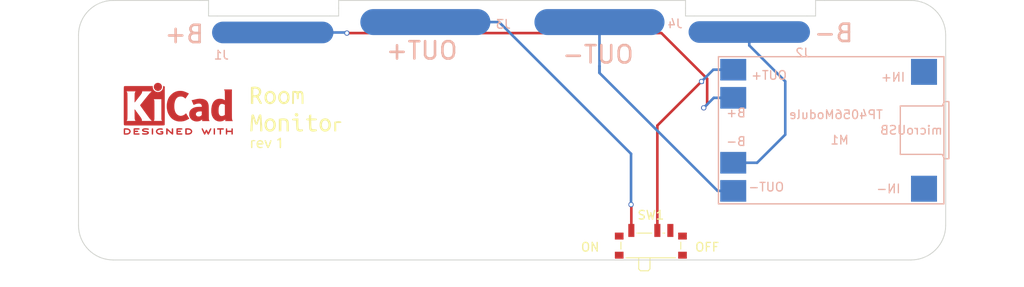
<source format=kicad_pcb>
(kicad_pcb (version 20171130) (host pcbnew 5.1.4-e60b266~84~ubuntu19.04.1)

  (general
    (thickness 1.6)
    (drawings 91)
    (tracks 33)
    (zones 0)
    (modules 12)
    (nets 6)
  )

  (page A4)
  (layers
    (0 F.Cu signal)
    (31 B.Cu signal)
    (32 B.Adhes user)
    (33 F.Adhes user)
    (34 B.Paste user)
    (35 F.Paste user)
    (36 B.SilkS user)
    (37 F.SilkS user)
    (38 B.Mask user)
    (39 F.Mask user)
    (40 Dwgs.User user)
    (41 Cmts.User user)
    (42 Eco1.User user)
    (43 Eco2.User user)
    (44 Edge.Cuts user)
    (45 Margin user)
    (46 B.CrtYd user)
    (47 F.CrtYd user)
    (48 B.Fab user)
    (49 F.Fab user)
  )

  (setup
    (last_trace_width 0.3)
    (trace_clearance 0.2)
    (zone_clearance 0.508)
    (zone_45_only no)
    (trace_min 0.2)
    (via_size 0.6)
    (via_drill 0.4)
    (via_min_size 0.4)
    (via_min_drill 0.3)
    (uvia_size 0.3)
    (uvia_drill 0.1)
    (uvias_allowed no)
    (uvia_min_size 0.2)
    (uvia_min_drill 0.1)
    (edge_width 0.15)
    (segment_width 0.2)
    (pcb_text_width 0.3)
    (pcb_text_size 1.5 1.5)
    (mod_edge_width 0.15)
    (mod_text_size 1 1)
    (mod_text_width 0.15)
    (pad_size 15 3)
    (pad_drill 0)
    (pad_to_mask_clearance 0.2)
    (aux_axis_origin 0 0)
    (visible_elements FFFFFF7F)
    (pcbplotparams
      (layerselection 0x010f0_ffffffff)
      (usegerberextensions false)
      (usegerberattributes false)
      (usegerberadvancedattributes false)
      (creategerberjobfile false)
      (excludeedgelayer true)
      (linewidth 0.100000)
      (plotframeref false)
      (viasonmask false)
      (mode 1)
      (useauxorigin false)
      (hpglpennumber 1)
      (hpglpenspeed 20)
      (hpglpendiameter 15.000000)
      (psnegative false)
      (psa4output false)
      (plotreference true)
      (plotvalue true)
      (plotinvisibletext false)
      (padsonsilk false)
      (subtractmaskfromsilk false)
      (outputformat 1)
      (mirror false)
      (drillshape 0)
      (scaleselection 1)
      (outputdirectory "gerbers/"))
  )

  (net 0 "")
  (net 1 "Net-(J1-Pad1)")
  (net 2 "Net-(J2-Pad1)")
  (net 3 "Net-(J3-Pad1)")
  (net 4 "Net-(J4-Pad1)")
  (net 5 "Net-(M1-Pad5)")

  (net_class Default "This is the default net class."
    (clearance 0.2)
    (trace_width 0.3)
    (via_dia 0.6)
    (via_drill 0.4)
    (uvia_dia 0.3)
    (uvia_drill 0.1)
    (add_net "Net-(J1-Pad1)")
    (add_net "Net-(J2-Pad1)")
    (add_net "Net-(J3-Pad1)")
    (add_net "Net-(J4-Pad1)")
    (add_net "Net-(M1-Pad5)")
  )

  (module logos:roommonitor-rev (layer F.Cu) (tedit 5D73B303) (tstamp 5D75294A)
    (at 39.5 38.5)
    (fp_text reference Ref** (at 0 0) (layer F.SilkS) hide
      (effects (font (size 1.27 1.27) (thickness 0.15)))
    )
    (fp_text value Val** (at 0 0) (layer F.SilkS) hide
      (effects (font (size 1.27 1.27) (thickness 0.15)))
    )
    (fp_poly (pts (xy 1.334264 -1.854055) (xy 1.390108 -1.824876) (xy 1.397 -1.799166) (xy 1.369039 -1.755013)
      (xy 1.276349 -1.736819) (xy 1.227667 -1.735666) (xy 1.058334 -1.735666) (xy 1.058334 -1.3335)
      (xy 1.057055 -1.146582) (xy 1.051015 -1.028612) (xy 1.036908 -0.963886) (xy 1.011426 -0.936697)
      (xy 0.973667 -0.931333) (xy 0.935737 -0.936955) (xy 0.911203 -0.96385) (xy 0.897171 -1.02706)
      (xy 0.890745 -1.141629) (xy 0.889032 -1.3226) (xy 0.889 -1.371304) (xy 0.890426 -1.58117)
      (xy 0.900952 -1.720718) (xy 0.92995 -1.804294) (xy 0.986792 -1.846247) (xy 1.08085 -1.860922)
      (xy 1.209963 -1.862666) (xy 1.334264 -1.854055)) (layer F.SilkS) (width 0.01))
    (fp_poly (pts (xy 2.143206 -1.828286) (xy 2.15733 -1.821227) (xy 2.227707 -1.747375) (xy 2.288551 -1.624105)
      (xy 2.324425 -1.486459) (xy 2.328334 -1.433016) (xy 2.319081 -1.392779) (xy 2.279807 -1.369158)
      (xy 2.193235 -1.357889) (xy 2.042089 -1.354709) (xy 2.010834 -1.354666) (xy 1.832381 -1.349933)
      (xy 1.731606 -1.331527) (xy 1.701841 -1.293143) (xy 1.736416 -1.228473) (xy 1.802173 -1.157312)
      (xy 1.888467 -1.086621) (xy 1.976936 -1.065273) (xy 2.080641 -1.075598) (xy 2.188192 -1.088125)
      (xy 2.233432 -1.075061) (xy 2.236468 -1.030194) (xy 2.235989 -1.027611) (xy 2.187785 -0.976862)
      (xy 2.084277 -0.945524) (xy 1.952992 -0.935473) (xy 1.821456 -0.948589) (xy 1.717197 -0.986748)
      (xy 1.709751 -0.991716) (xy 1.600843 -1.116164) (xy 1.541552 -1.283049) (xy 1.533191 -1.465493)
      (xy 1.545777 -1.51458) (xy 1.693334 -1.51458) (xy 1.731621 -1.496553) (xy 1.830385 -1.484598)
      (xy 1.926167 -1.481666) (xy 2.07532 -1.490312) (xy 2.150847 -1.515281) (xy 2.159 -1.53125)
      (xy 2.123251 -1.618379) (xy 2.038093 -1.695779) (xy 1.936658 -1.734873) (xy 1.922006 -1.735666)
      (xy 1.832528 -1.702726) (xy 1.746055 -1.625551) (xy 1.696172 -1.536614) (xy 1.693334 -1.51458)
      (xy 1.545777 -1.51458) (xy 1.577069 -1.636619) (xy 1.67191 -1.76735) (xy 1.814123 -1.841108)
      (xy 1.984966 -1.862945) (xy 2.143206 -1.828286)) (layer F.SilkS) (width 0.01))
    (fp_poly (pts (xy 3.22818 -1.853467) (xy 3.247089 -1.818462) (xy 3.239787 -1.746545) (xy 3.204166 -1.626606)
      (xy 3.138119 -1.447538) (xy 3.076799 -1.291471) (xy 2.990767 -1.094669) (xy 2.918111 -0.977983)
      (xy 2.853295 -0.938999) (xy 2.790784 -0.975307) (xy 2.725044 -1.084492) (xy 2.704655 -1.129282)
      (xy 2.642051 -1.280316) (xy 2.577958 -1.446943) (xy 2.520316 -1.606941) (xy 2.477067 -1.738089)
      (xy 2.45615 -1.818168) (xy 2.455334 -1.82696) (xy 2.490566 -1.85672) (xy 2.533781 -1.862666)
      (xy 2.578731 -1.844366) (xy 2.623624 -1.78088) (xy 2.675384 -1.659336) (xy 2.732284 -1.4936)
      (xy 2.789071 -1.321155) (xy 2.826958 -1.219132) (xy 2.853172 -1.17742) (xy 2.87494 -1.185908)
      (xy 2.899488 -1.234482) (xy 2.906254 -1.250184) (xy 2.948416 -1.361918) (xy 2.99906 -1.51457)
      (xy 3.030829 -1.61925) (xy 3.078782 -1.762102) (xy 3.123923 -1.83768) (xy 3.176626 -1.862345)
      (xy 3.185168 -1.862666) (xy 3.22818 -1.853467)) (layer F.SilkS) (width 0.01))
    (fp_poly (pts (xy 4.335502 -2.118773) (xy 4.347587 -2.006471) (xy 4.356059 -1.834661) (xy 4.360104 -1.615913)
      (xy 4.360334 -1.545166) (xy 4.359744 -1.305838) (xy 4.356799 -1.138386) (xy 4.349735 -1.030021)
      (xy 4.336787 -0.967953) (xy 4.316193 -0.939395) (xy 4.286187 -0.931557) (xy 4.275667 -0.931333)
      (xy 4.239289 -0.936496) (xy 4.215144 -0.961535) (xy 4.20074 -1.020773) (xy 4.193586 -1.128535)
      (xy 4.191191 -1.299145) (xy 4.191 -1.418166) (xy 4.186892 -1.655943) (xy 4.173953 -1.813292)
      (xy 4.151262 -1.894086) (xy 4.117897 -1.902195) (xy 4.085167 -1.862666) (xy 4.029067 -1.826656)
      (xy 3.954249 -1.824196) (xy 3.901647 -1.852996) (xy 3.896005 -1.87325) (xy 3.930022 -1.919941)
      (xy 4.013611 -1.988812) (xy 4.121343 -2.062748) (xy 4.227792 -2.12464) (xy 4.30753 -2.157376)
      (xy 4.320616 -2.159) (xy 4.335502 -2.118773)) (layer F.SilkS) (width 0.01))
    (fp_poly (pts (xy 3.35358 -4.331963) (xy 3.524506 -4.215658) (xy 3.655401 -4.045289) (xy 3.736784 -3.830792)
      (xy 3.759171 -3.582103) (xy 3.752714 -3.500165) (xy 3.69128 -3.268122) (xy 3.574601 -3.077559)
      (xy 3.415671 -2.937637) (xy 3.227482 -2.857517) (xy 3.023029 -2.846361) (xy 2.878689 -2.883893)
      (xy 2.680914 -3.004772) (xy 2.542885 -3.184399) (xy 2.466261 -3.419927) (xy 2.450042 -3.620353)
      (xy 2.455498 -3.667017) (xy 2.713443 -3.667017) (xy 2.722685 -3.47818) (xy 2.771078 -3.306556)
      (xy 2.858819 -3.175316) (xy 2.910416 -3.136058) (xy 3.060089 -3.091845) (xy 3.216155 -3.113077)
      (xy 3.34049 -3.192075) (xy 3.440221 -3.355053) (xy 3.484876 -3.554494) (xy 3.474453 -3.762571)
      (xy 3.408951 -3.951457) (xy 3.340549 -4.046862) (xy 3.209167 -4.129723) (xy 3.050778 -4.146035)
      (xy 2.918655 -4.105078) (xy 2.811625 -4.003638) (xy 2.743156 -3.849894) (xy 2.713443 -3.667017)
      (xy 2.455498 -3.667017) (xy 2.481456 -3.889027) (xy 2.573363 -4.10569) (xy 2.722262 -4.26492)
      (xy 2.924651 -4.361297) (xy 2.929567 -4.36264) (xy 3.152106 -4.384269) (xy 3.35358 -4.331963)) (layer F.SilkS) (width 0.01))
    (fp_poly (pts (xy 6.35 -3.808929) (xy 6.351957 -3.544276) (xy 6.36112 -3.352928) (xy 6.382433 -3.223554)
      (xy 6.420836 -3.144823) (xy 6.481272 -3.105403) (xy 6.56868 -3.093964) (xy 6.660353 -3.097279)
      (xy 6.788324 -3.10281) (xy 6.853252 -3.091937) (xy 6.876411 -3.055938) (xy 6.879167 -3.007575)
      (xy 6.851063 -2.916357) (xy 6.773334 -2.874212) (xy 6.545595 -2.844671) (xy 6.335783 -2.89202)
      (xy 6.324586 -2.896783) (xy 6.222483 -2.959165) (xy 6.157552 -3.030735) (xy 6.1566 -3.032709)
      (xy 6.140373 -3.104571) (xy 6.12368 -3.241156) (xy 6.108532 -3.422559) (xy 6.097347 -3.6195)
      (xy 6.074834 -4.1275) (xy 5.849941 -4.140387) (xy 5.719728 -4.151253) (xy 5.654765 -4.170919)
      (xy 5.635639 -4.209089) (xy 5.638274 -4.24622) (xy 5.651375 -4.292227) (xy 5.686348 -4.320989)
      (xy 5.760745 -4.337602) (xy 5.892119 -4.347162) (xy 6.00075 -4.351462) (xy 6.35 -4.363757)
      (xy 6.35 -3.808929)) (layer F.SilkS) (width 0.01))
    (fp_poly (pts (xy 7.831667 -4.360333) (xy 8.149167 -4.360333) (xy 8.310661 -4.359014) (xy 8.405325 -4.351094)
      (xy 8.450993 -4.330628) (xy 8.4655 -4.291672) (xy 8.466667 -4.2545) (xy 8.46271 -4.200669)
      (xy 8.43895 -4.169114) (xy 8.377553 -4.153891) (xy 8.260684 -4.149056) (xy 8.149167 -4.148666)
      (xy 7.831667 -4.148666) (xy 7.832291 -3.735916) (xy 7.838796 -3.51283) (xy 7.856357 -3.337153)
      (xy 7.883137 -3.226219) (xy 7.887264 -3.217333) (xy 7.925723 -3.158458) (xy 7.979932 -3.127199)
      (xy 8.074173 -3.115653) (xy 8.200486 -3.115382) (xy 8.344168 -3.114804) (xy 8.424422 -3.102782)
      (xy 8.462378 -3.072098) (xy 8.478242 -3.020483) (xy 8.477881 -2.950837) (xy 8.429094 -2.907864)
      (xy 8.344313 -2.879253) (xy 8.109278 -2.843785) (xy 7.889844 -2.86552) (xy 7.798897 -2.908022)
      (xy 7.702799 -2.986506) (xy 7.699344 -2.990138) (xy 7.656907 -3.041485) (xy 7.627643 -3.100301)
      (xy 7.608457 -3.18355) (xy 7.596253 -3.308198) (xy 7.587936 -3.491213) (xy 7.583897 -3.622883)
      (xy 7.568961 -4.148666) (xy 7.425147 -4.148666) (xy 7.326841 -4.157151) (xy 7.287396 -4.194923)
      (xy 7.281334 -4.2545) (xy 7.292404 -4.326071) (xy 7.342219 -4.35537) (xy 7.4295 -4.360333)
      (xy 7.577667 -4.360333) (xy 7.577667 -4.567195) (xy 7.581236 -4.691504) (xy 7.601017 -4.755351)
      (xy 7.650619 -4.7829) (xy 7.704667 -4.792697) (xy 7.831667 -4.811336) (xy 7.831667 -4.360333)) (layer F.SilkS) (width 0.01))
    (fp_poly (pts (xy 9.70358 -4.331963) (xy 9.874506 -4.215658) (xy 10.005401 -4.045289) (xy 10.086784 -3.830792)
      (xy 10.109171 -3.582103) (xy 10.102714 -3.500165) (xy 10.04128 -3.268122) (xy 9.924601 -3.077559)
      (xy 9.765671 -2.937637) (xy 9.577482 -2.857517) (xy 9.373029 -2.846361) (xy 9.228689 -2.883893)
      (xy 9.030914 -3.004772) (xy 8.892885 -3.184399) (xy 8.816261 -3.419927) (xy 8.800042 -3.620353)
      (xy 8.805498 -3.667017) (xy 9.063443 -3.667017) (xy 9.072685 -3.47818) (xy 9.121078 -3.306556)
      (xy 9.208819 -3.175316) (xy 9.260416 -3.136058) (xy 9.410089 -3.091845) (xy 9.566155 -3.113077)
      (xy 9.69049 -3.192075) (xy 9.784825 -3.339161) (xy 9.830375 -3.512754) (xy 9.831239 -3.694864)
      (xy 9.791517 -3.8675) (xy 9.715309 -4.012671) (xy 9.606715 -4.112386) (xy 9.472504 -4.148666)
      (xy 9.351767 -4.13355) (xy 9.268655 -4.105078) (xy 9.161625 -4.003638) (xy 9.093156 -3.849894)
      (xy 9.063443 -3.667017) (xy 8.805498 -3.667017) (xy 8.831456 -3.889027) (xy 8.923363 -4.10569)
      (xy 9.072262 -4.26492) (xy 9.274651 -4.361297) (xy 9.279567 -4.36264) (xy 9.502106 -4.384269)
      (xy 9.70358 -4.331963)) (layer F.SilkS) (width 0.01))
    (fp_poly (pts (xy 1.147683 -4.821852) (xy 1.187694 -4.800339) (xy 1.224192 -4.747857) (xy 1.264799 -4.650805)
      (xy 1.317134 -4.495577) (xy 1.363343 -4.34975) (xy 1.512979 -3.8735) (xy 1.658594 -4.339166)
      (xy 1.722084 -4.53911) (xy 1.769097 -4.672221) (xy 1.807791 -4.752674) (xy 1.846325 -4.794637)
      (xy 1.892858 -4.812285) (xy 1.934106 -4.817713) (xy 2.009704 -4.820813) (xy 2.051575 -4.797616)
      (xy 2.074417 -4.728341) (xy 2.091364 -4.606047) (xy 2.103572 -4.484562) (xy 2.118901 -4.300867)
      (xy 2.135985 -4.075091) (xy 2.153463 -3.827366) (xy 2.16997 -3.577823) (xy 2.184144 -3.346595)
      (xy 2.19462 -3.153811) (xy 2.200036 -3.019603) (xy 2.200462 -2.995083) (xy 2.189357 -2.91239)
      (xy 2.136752 -2.881951) (xy 2.074334 -2.878666) (xy 1.947334 -2.878666) (xy 1.942739 -3.418416)
      (xy 1.938721 -3.650579) (xy 1.931245 -3.876893) (xy 1.921402 -4.070531) (xy 1.910989 -4.198597)
      (xy 1.883834 -4.439027) (xy 1.759938 -4.037723) (xy 1.702507 -3.855014) (xy 1.660467 -3.738963)
      (xy 1.624673 -3.675195) (xy 1.585977 -3.649336) (xy 1.535232 -3.647011) (xy 1.512656 -3.649125)
      (xy 1.454575 -3.660269) (xy 1.410009 -3.689834) (xy 1.369535 -3.753023) (xy 1.323732 -3.865042)
      (xy 1.263178 -4.041093) (xy 1.255551 -4.064) (xy 1.121834 -4.466166) (xy 1.09594 -3.767666)
      (xy 1.086854 -3.526275) (xy 1.078419 -3.308963) (xy 1.071299 -3.132318) (xy 1.066156 -3.012929)
      (xy 1.06419 -2.973916) (xy 1.040988 -2.903404) (xy 0.967325 -2.879509) (xy 0.936986 -2.878666)
      (xy 0.815638 -2.878666) (xy 0.832044 -3.185583) (xy 0.84636 -3.43178) (xy 0.863576 -3.69395)
      (xy 0.882483 -3.956992) (xy 0.901871 -4.205802) (xy 0.920531 -4.425278) (xy 0.937255 -4.600319)
      (xy 0.950834 -4.715821) (xy 0.95743 -4.751916) (xy 1.016466 -4.812497) (xy 1.096539 -4.826)
      (xy 1.147683 -4.821852)) (layer F.SilkS) (width 0.01))
    (fp_poly (pts (xy 4.859172 -4.353118) (xy 5.000014 -4.307253) (xy 5.027572 -4.29007) (xy 5.111567 -4.218773)
      (xy 5.171388 -4.139292) (xy 5.211023 -4.036282) (xy 5.234463 -3.894398) (xy 5.245698 -3.698297)
      (xy 5.248709 -3.439583) (xy 5.249334 -2.878666) (xy 4.995334 -2.878666) (xy 4.995334 -3.402124)
      (xy 4.993897 -3.626516) (xy 4.988008 -3.783427) (xy 4.975294 -3.890018) (xy 4.953384 -3.963448)
      (xy 4.919909 -4.020879) (xy 4.907594 -4.037124) (xy 4.837003 -4.107556) (xy 4.749778 -4.140506)
      (xy 4.612393 -4.148666) (xy 4.40493 -4.148666) (xy 4.393215 -3.52425) (xy 4.3815 -2.899833)
      (xy 4.243917 -2.886568) (xy 4.106334 -2.873302) (xy 4.106334 -4.311273) (xy 4.242581 -4.341198)
      (xy 4.455091 -4.371742) (xy 4.669077 -4.375165) (xy 4.859172 -4.353118)) (layer F.SilkS) (width 0.01))
    (fp_poly (pts (xy 11.157321 -4.044386) (xy 11.264988 -4.004906) (xy 11.303 -3.935082) (xy 11.29451 -3.891542)
      (xy 11.257021 -3.866595) (xy 11.172506 -3.855207) (xy 11.022938 -3.852345) (xy 11.006667 -3.852333)
      (xy 10.710334 -3.852333) (xy 10.710334 -2.878666) (xy 10.498667 -2.878666) (xy 10.498667 -3.429)
      (xy 10.499633 -3.633727) (xy 10.502277 -3.803921) (xy 10.506217 -3.923863) (xy 10.511069 -3.977834)
      (xy 10.512059 -3.979333) (xy 10.557428 -3.986402) (xy 10.661501 -4.004743) (xy 10.772947 -4.025085)
      (xy 10.989981 -4.051678) (xy 11.157321 -4.044386)) (layer F.SilkS) (width 0.01))
    (fp_poly (pts (xy 6.160809 -4.988382) (xy 6.274684 -4.940951) (xy 6.335562 -4.847701) (xy 6.333267 -4.735129)
      (xy 6.28766 -4.657948) (xy 6.191327 -4.583688) (xy 6.098461 -4.589808) (xy 6.011334 -4.656666)
      (xy 5.941888 -4.769306) (xy 5.94364 -4.876612) (xy 6.00703 -4.957368) (xy 6.122495 -4.990355)
      (xy 6.160809 -4.988382)) (layer F.SilkS) (width 0.01))
    (fp_poly (pts (xy 3.35358 -7.506963) (xy 3.524506 -7.390658) (xy 3.655401 -7.220289) (xy 3.736784 -7.005792)
      (xy 3.759171 -6.757103) (xy 3.752714 -6.675165) (xy 3.69128 -6.443122) (xy 3.574601 -6.252559)
      (xy 3.415671 -6.112637) (xy 3.227482 -6.032517) (xy 3.023029 -6.021361) (xy 2.878689 -6.058893)
      (xy 2.680914 -6.179772) (xy 2.542885 -6.359399) (xy 2.466261 -6.594927) (xy 2.450042 -6.795353)
      (xy 2.455498 -6.842017) (xy 2.713443 -6.842017) (xy 2.722685 -6.65318) (xy 2.771078 -6.481556)
      (xy 2.858819 -6.350316) (xy 2.910416 -6.311058) (xy 3.060089 -6.266845) (xy 3.216155 -6.288077)
      (xy 3.34049 -6.367075) (xy 3.440221 -6.530053) (xy 3.484876 -6.729494) (xy 3.474453 -6.937571)
      (xy 3.408951 -7.126457) (xy 3.340549 -7.221862) (xy 3.209167 -7.304723) (xy 3.050778 -7.321035)
      (xy 2.918655 -7.280078) (xy 2.811625 -7.178638) (xy 2.743156 -7.024894) (xy 2.713443 -6.842017)
      (xy 2.455498 -6.842017) (xy 2.481456 -7.064027) (xy 2.573363 -7.28069) (xy 2.722262 -7.43992)
      (xy 2.924651 -7.536297) (xy 2.929567 -7.53764) (xy 3.152106 -7.559269) (xy 3.35358 -7.506963)) (layer F.SilkS) (width 0.01))
    (fp_poly (pts (xy 4.834851 -7.545855) (xy 5.028357 -7.458685) (xy 5.102006 -7.401918) (xy 5.232221 -7.249384)
      (xy 5.30659 -7.062025) (xy 5.330134 -6.824256) (xy 5.326105 -6.706102) (xy 5.292515 -6.48214)
      (xy 5.215944 -6.311464) (xy 5.083164 -6.168094) (xy 5.031386 -6.127265) (xy 4.898182 -6.064623)
      (xy 4.726223 -6.029896) (xy 4.558848 -6.030293) (xy 4.5085 -6.040302) (xy 4.323396 -6.132877)
      (xy 4.174439 -6.29058) (xy 4.071503 -6.498051) (xy 4.024463 -6.739929) (xy 4.022651 -6.7945)
      (xy 4.276139 -6.7945) (xy 4.295897 -6.673511) (xy 4.344805 -6.529044) (xy 4.407316 -6.401617)
      (xy 4.447749 -6.347251) (xy 4.564742 -6.283089) (xy 4.715574 -6.267983) (xy 4.862937 -6.305094)
      (xy 4.8747 -6.311074) (xy 4.962816 -6.398154) (xy 5.033494 -6.540875) (xy 5.074475 -6.710368)
      (xy 5.08 -6.7945) (xy 5.05806 -6.966573) (xy 5.000411 -7.126028) (xy 4.919313 -7.243996)
      (xy 4.8747 -7.277926) (xy 4.721435 -7.320765) (xy 4.564894 -7.302125) (xy 4.455049 -7.239275)
      (xy 4.385341 -7.141144) (xy 4.322268 -6.999894) (xy 4.28231 -6.8565) (xy 4.276139 -6.7945)
      (xy 4.022651 -6.7945) (xy 4.022597 -6.796113) (xy 4.05454 -7.037842) (xy 4.144366 -7.242128)
      (xy 4.279692 -7.402022) (xy 4.448136 -7.510574) (xy 4.637317 -7.560834) (xy 4.834851 -7.545855)) (layer F.SilkS) (width 0.01))
    (fp_poly (pts (xy 1.599719 -8.010829) (xy 1.805303 -7.937375) (xy 1.955734 -7.825689) (xy 2.010117 -7.748386)
      (xy 2.06536 -7.568491) (xy 2.065939 -7.372108) (xy 2.017606 -7.184029) (xy 1.926111 -7.029047)
      (xy 1.823651 -6.944442) (xy 1.78738 -6.920502) (xy 1.772973 -6.887852) (xy 1.784622 -6.831703)
      (xy 1.826518 -6.737266) (xy 1.902852 -6.589752) (xy 1.948385 -6.504302) (xy 2.035127 -6.33944)
      (xy 2.104516 -6.202762) (xy 2.148177 -6.111066) (xy 2.159 -6.081895) (xy 2.122139 -6.062126)
      (xy 2.033242 -6.053671) (xy 2.030952 -6.053666) (xy 1.927765 -6.072791) (xy 1.868931 -6.145809)
      (xy 1.859006 -6.170083) (xy 1.815407 -6.265657) (xy 1.743623 -6.403515) (xy 1.660758 -6.551083)
      (xy 1.578659 -6.687843) (xy 1.518362 -6.766862) (xy 1.459764 -6.803968) (xy 1.38276 -6.814989)
      (xy 1.324704 -6.815666) (xy 1.143 -6.815666) (xy 1.143 -6.053666) (xy 0.889 -6.053666)
      (xy 0.889 -7.433703) (xy 1.143 -7.433703) (xy 1.146204 -7.269055) (xy 1.154727 -7.138494)
      (xy 1.166935 -7.063903) (xy 1.171222 -7.055555) (xy 1.230435 -7.031474) (xy 1.340651 -7.03668)
      (xy 1.502834 -7.068587) (xy 1.676692 -7.142194) (xy 1.784004 -7.264363) (xy 1.820334 -7.428481)
      (xy 1.782088 -7.598344) (xy 1.675782 -7.728292) (xy 1.514059 -7.804001) (xy 1.483284 -7.810227)
      (xy 1.33067 -7.82938) (xy 1.231854 -7.81639) (xy 1.17532 -7.758516) (xy 1.149553 -7.643015)
      (xy 1.143036 -7.457146) (xy 1.143 -7.433703) (xy 0.889 -7.433703) (xy 0.889 -7.995812)
      (xy 1.083561 -8.024988) (xy 1.354099 -8.041538) (xy 1.599719 -8.010829)) (layer F.SilkS) (width 0.01))
    (fp_poly (pts (xy 6.686882 -7.529612) (xy 6.778818 -7.486161) (xy 6.846317 -7.421134) (xy 6.892911 -7.322368)
      (xy 6.922132 -7.177696) (xy 6.93751 -6.974955) (xy 6.942577 -6.70198) (xy 6.942667 -6.648435)
      (xy 6.942667 -6.053666) (xy 6.731 -6.053666) (xy 6.731 -6.580077) (xy 6.72761 -6.855339)
      (xy 6.715615 -7.056162) (xy 6.692274 -7.192568) (xy 6.654849 -7.274581) (xy 6.6006 -7.312224)
      (xy 6.529896 -7.315893) (xy 6.472757 -7.306101) (xy 6.437534 -7.2811) (xy 6.417958 -7.223226)
      (xy 6.407762 -7.114813) (xy 6.401205 -6.95325) (xy 6.393959 -6.78208) (xy 6.383281 -6.67856)
      (xy 6.363506 -6.625702) (xy 6.328974 -6.606519) (xy 6.284788 -6.604) (xy 6.226828 -6.609681)
      (xy 6.19567 -6.640038) (xy 6.183042 -6.715037) (xy 6.180667 -6.854646) (xy 6.180667 -6.855244)
      (xy 6.171132 -7.070187) (xy 6.139379 -7.212793) (xy 6.080686 -7.293566) (xy 5.990329 -7.323008)
      (xy 5.970048 -7.323666) (xy 5.842 -7.323666) (xy 5.842 -6.053666) (xy 5.628334 -6.053666)
      (xy 5.6515 -7.510452) (xy 5.811071 -7.543568) (xy 6.029113 -7.547258) (xy 6.130054 -7.521762)
      (xy 6.25801 -7.489445) (xy 6.363152 -7.499969) (xy 6.422496 -7.521122) (xy 6.560985 -7.55367)
      (xy 6.686882 -7.529612)) (layer F.SilkS) (width 0.01))
  )

  (module logos:KiCad-Logo2_5mm_Copper_Mask (layer F.Cu) (tedit 5D73AADD) (tstamp 5D75282D)
    (at 32 33)
    (descr "KiCad Logo")
    (tags "Logo KiCad")
    (solder_mask_margin 1)
    (zone_connect 2)
    (attr virtual)
    (fp_text reference REF** (at 0 -5.08 -180) (layer F.SilkS) hide
      (effects (font (size 1 1) (thickness 0.15)))
    )
    (fp_text value KiCad-Logo2_5mm_Copper_Mask (at 0 5.08 -180) (layer F.Fab) hide
      (effects (font (size 1 1) (thickness 0.15)))
    )
    (fp_poly (pts (xy -1.300114 2.273448) (xy -1.276548 2.287273) (xy -1.245735 2.309881) (xy -1.206078 2.342338)
      (xy -1.15598 2.385708) (xy -1.093843 2.441058) (xy -1.018072 2.509451) (xy -0.931334 2.588084)
      (xy -0.750711 2.751878) (xy -0.745067 2.532029) (xy -0.743029 2.456351) (xy -0.741063 2.399994)
      (xy -0.738734 2.359706) (xy -0.735606 2.332235) (xy -0.731245 2.314329) (xy -0.725216 2.302737)
      (xy -0.717084 2.294208) (xy -0.712772 2.290623) (xy -0.678241 2.27167) (xy -0.645383 2.274441)
      (xy -0.619318 2.290633) (xy -0.592667 2.312199) (xy -0.589352 2.627151) (xy -0.588435 2.719779)
      (xy -0.587968 2.792544) (xy -0.588113 2.848161) (xy -0.589032 2.889342) (xy -0.590887 2.918803)
      (xy -0.593839 2.939255) (xy -0.59805 2.953413) (xy -0.603682 2.963991) (xy -0.609927 2.972474)
      (xy -0.623439 2.988207) (xy -0.636883 2.998636) (xy -0.652124 3.002639) (xy -0.671026 2.999094)
      (xy -0.695455 2.986879) (xy -0.727273 2.964871) (xy -0.768348 2.931949) (xy -0.820542 2.886991)
      (xy -0.885722 2.828875) (xy -0.959556 2.762099) (xy -1.224845 2.521458) (xy -1.230489 2.740589)
      (xy -1.232531 2.816128) (xy -1.234502 2.872354) (xy -1.236839 2.912524) (xy -1.239981 2.939896)
      (xy -1.244364 2.957728) (xy -1.250424 2.969279) (xy -1.2586 2.977807) (xy -1.262784 2.981282)
      (xy -1.299765 3.000372) (xy -1.334708 2.997493) (xy -1.365136 2.9731) (xy -1.372097 2.963286)
      (xy -1.377523 2.951826) (xy -1.381603 2.935968) (xy -1.384529 2.912963) (xy -1.386492 2.880062)
      (xy -1.387683 2.834516) (xy -1.388292 2.773573) (xy -1.388511 2.694486) (xy -1.388534 2.635956)
      (xy -1.38846 2.544407) (xy -1.388113 2.472687) (xy -1.387301 2.418045) (xy -1.385833 2.377732)
      (xy -1.383519 2.348998) (xy -1.380167 2.329093) (xy -1.375588 2.315268) (xy -1.369589 2.304772)
      (xy -1.365136 2.298811) (xy -1.35385 2.284691) (xy -1.343301 2.274029) (xy -1.331893 2.267892)
      (xy -1.31803 2.267343) (xy -1.300114 2.273448)) (layer F.Mask) (width 0.01))
    (fp_poly (pts (xy 0.230343 2.26926) (xy 0.306701 2.270174) (xy 0.365217 2.272311) (xy 0.408255 2.276175)
      (xy 0.438183 2.282267) (xy 0.457368 2.29109) (xy 0.468176 2.303146) (xy 0.472973 2.318939)
      (xy 0.474127 2.33897) (xy 0.474133 2.341335) (xy 0.473131 2.363992) (xy 0.468396 2.381503)
      (xy 0.457333 2.394574) (xy 0.437348 2.403913) (xy 0.405846 2.410227) (xy 0.360232 2.414222)
      (xy 0.297913 2.416606) (xy 0.216293 2.418086) (xy 0.191277 2.418414) (xy -0.0508 2.421467)
      (xy -0.054186 2.486378) (xy -0.057571 2.551289) (xy 0.110576 2.551289) (xy 0.176266 2.551531)
      (xy 0.223172 2.552556) (xy 0.255083 2.554811) (xy 0.275791 2.558742) (xy 0.289084 2.564798)
      (xy 0.298755 2.573424) (xy 0.298817 2.573493) (xy 0.316356 2.607112) (xy 0.315722 2.643448)
      (xy 0.297314 2.674423) (xy 0.293671 2.677607) (xy 0.280741 2.685812) (xy 0.263024 2.691521)
      (xy 0.23657 2.695162) (xy 0.197432 2.697167) (xy 0.141662 2.697964) (xy 0.105994 2.698045)
      (xy -0.056445 2.698045) (xy -0.056445 2.856089) (xy 0.190161 2.856089) (xy 0.27158 2.856231)
      (xy 0.33341 2.856814) (xy 0.378637 2.858068) (xy 0.410248 2.860227) (xy 0.431231 2.863523)
      (xy 0.444573 2.868189) (xy 0.453261 2.874457) (xy 0.45545 2.876733) (xy 0.471614 2.90828)
      (xy 0.472797 2.944168) (xy 0.459536 2.975285) (xy 0.449043 2.985271) (xy 0.438129 2.990769)
      (xy 0.421217 2.995022) (xy 0.395633 2.99818) (xy 0.358701 3.000392) (xy 0.307746 3.001806)
      (xy 0.240094 3.002572) (xy 0.153069 3.002838) (xy 0.133394 3.002845) (xy 0.044911 3.002787)
      (xy -0.023773 3.002467) (xy -0.075436 3.001667) (xy -0.112855 3.000167) (xy -0.13881 2.997749)
      (xy -0.156078 2.994194) (xy -0.167438 2.989282) (xy -0.175668 2.982795) (xy -0.180183 2.978138)
      (xy -0.186979 2.969889) (xy -0.192288 2.959669) (xy -0.196294 2.9448) (xy -0.199179 2.922602)
      (xy -0.201126 2.890393) (xy -0.202319 2.845496) (xy -0.202939 2.785228) (xy -0.203171 2.706911)
      (xy -0.2032 2.640994) (xy -0.203129 2.548628) (xy -0.202792 2.476117) (xy -0.202002 2.420737)
      (xy -0.200574 2.379765) (xy -0.198321 2.350478) (xy -0.195057 2.330153) (xy -0.190596 2.316066)
      (xy -0.184752 2.305495) (xy -0.179803 2.298811) (xy -0.156406 2.269067) (xy 0.133774 2.269067)
      (xy 0.230343 2.26926)) (layer F.Mask) (width 0.01))
    (fp_poly (pts (xy 1.018309 2.269275) (xy 1.147288 2.273636) (xy 1.256991 2.286861) (xy 1.349226 2.309741)
      (xy 1.425802 2.34307) (xy 1.488527 2.387638) (xy 1.539212 2.444236) (xy 1.579663 2.513658)
      (xy 1.580459 2.515351) (xy 1.604601 2.577483) (xy 1.613203 2.632509) (xy 1.606231 2.687887)
      (xy 1.583654 2.751073) (xy 1.579372 2.760689) (xy 1.550172 2.816966) (xy 1.517356 2.860451)
      (xy 1.475002 2.897417) (xy 1.41719 2.934135) (xy 1.413831 2.936052) (xy 1.363504 2.960227)
      (xy 1.306621 2.978282) (xy 1.239527 2.990839) (xy 1.158565 2.998522) (xy 1.060082 3.001953)
      (xy 1.025286 3.002251) (xy 0.859594 3.002845) (xy 0.836197 2.9731) (xy 0.829257 2.963319)
      (xy 0.823842 2.951897) (xy 0.819765 2.936095) (xy 0.816837 2.913175) (xy 0.814867 2.880396)
      (xy 0.814225 2.856089) (xy 0.970844 2.856089) (xy 1.064726 2.856089) (xy 1.119664 2.854483)
      (xy 1.17606 2.850255) (xy 1.222345 2.844292) (xy 1.225139 2.84379) (xy 1.307348 2.821736)
      (xy 1.371114 2.7886) (xy 1.418452 2.742847) (xy 1.451382 2.682939) (xy 1.457108 2.667061)
      (xy 1.462721 2.642333) (xy 1.460291 2.617902) (xy 1.448467 2.5854) (xy 1.44134 2.569434)
      (xy 1.418 2.527006) (xy 1.38988 2.49724) (xy 1.35894 2.476511) (xy 1.296966 2.449537)
      (xy 1.217651 2.429998) (xy 1.125253 2.418746) (xy 1.058333 2.41627) (xy 0.970844 2.415822)
      (xy 0.970844 2.856089) (xy 0.814225 2.856089) (xy 0.813668 2.835021) (xy 0.81305 2.774311)
      (xy 0.812825 2.695526) (xy 0.8128 2.63392) (xy 0.8128 2.324485) (xy 0.840509 2.296776)
      (xy 0.852806 2.285544) (xy 0.866103 2.277853) (xy 0.884672 2.27304) (xy 0.912786 2.270446)
      (xy 0.954717 2.26941) (xy 1.014737 2.26927) (xy 1.018309 2.269275)) (layer F.Mask) (width 0.01))
    (fp_poly (pts (xy 3.744665 2.271034) (xy 3.764255 2.278035) (xy 3.76501 2.278377) (xy 3.791613 2.298678)
      (xy 3.80627 2.319561) (xy 3.809138 2.329352) (xy 3.808996 2.342361) (xy 3.804961 2.360895)
      (xy 3.796146 2.387257) (xy 3.781669 2.423752) (xy 3.760645 2.472687) (xy 3.732188 2.536365)
      (xy 3.695415 2.617093) (xy 3.675175 2.661216) (xy 3.638625 2.739985) (xy 3.604315 2.812423)
      (xy 3.573552 2.87588) (xy 3.547648 2.927708) (xy 3.52791 2.965259) (xy 3.51565 2.985884)
      (xy 3.513224 2.988733) (xy 3.482183 3.001302) (xy 3.447121 2.999619) (xy 3.419 2.984332)
      (xy 3.417854 2.983089) (xy 3.406668 2.966154) (xy 3.387904 2.93317) (xy 3.363875 2.88838)
      (xy 3.336897 2.836032) (xy 3.327201 2.816742) (xy 3.254014 2.67015) (xy 3.17424 2.829393)
      (xy 3.145767 2.884415) (xy 3.11935 2.932132) (xy 3.097148 2.968893) (xy 3.081319 2.991044)
      (xy 3.075954 2.995741) (xy 3.034257 3.002102) (xy 2.999849 2.988733) (xy 2.989728 2.974446)
      (xy 2.972214 2.942692) (xy 2.948735 2.896597) (xy 2.92072 2.839285) (xy 2.889599 2.77388)
      (xy 2.856799 2.703507) (xy 2.82375 2.631291) (xy 2.791881 2.560355) (xy 2.762619 2.493825)
      (xy 2.737395 2.434826) (xy 2.717636 2.386481) (xy 2.704772 2.351915) (xy 2.700231 2.334253)
      (xy 2.700277 2.333613) (xy 2.711326 2.311388) (xy 2.73341 2.288753) (xy 2.73471 2.287768)
      (xy 2.761853 2.272425) (xy 2.786958 2.272574) (xy 2.796368 2.275466) (xy 2.807834 2.281718)
      (xy 2.82001 2.294014) (xy 2.834357 2.314908) (xy 2.852336 2.346949) (xy 2.875407 2.392688)
      (xy 2.90503 2.454677) (xy 2.931745 2.511898) (xy 2.96248 2.578226) (xy 2.990021 2.637874)
      (xy 3.012938 2.687725) (xy 3.029798 2.724664) (xy 3.039173 2.745573) (xy 3.04054 2.748845)
      (xy 3.046689 2.743497) (xy 3.060822 2.721109) (xy 3.081057 2.684946) (xy 3.105515 2.638277)
      (xy 3.115248 2.619022) (xy 3.148217 2.554004) (xy 3.173643 2.506654) (xy 3.193612 2.474219)
      (xy 3.21021 2.453946) (xy 3.225524 2.443082) (xy 3.24164 2.438875) (xy 3.252143 2.4384)
      (xy 3.27067 2.440042) (xy 3.286904 2.446831) (xy 3.303035 2.461566) (xy 3.321251 2.487044)
      (xy 3.343739 2.526061) (xy 3.372689 2.581414) (xy 3.388662 2.612903) (xy 3.41457 2.663087)
      (xy 3.437167 2.704704) (xy 3.454458 2.734242) (xy 3.46445 2.748189) (xy 3.465809 2.74877)
      (xy 3.472261 2.737793) (xy 3.486708 2.70929) (xy 3.507703 2.666244) (xy 3.533797 2.611638)
      (xy 3.563546 2.548454) (xy 3.57818 2.517071) (xy 3.61625 2.436078) (xy 3.646905 2.373756)
      (xy 3.671737 2.328071) (xy 3.692337 2.296989) (xy 3.710298 2.278478) (xy 3.72721 2.270504)
      (xy 3.744665 2.271034)) (layer F.Mask) (width 0.01))
    (fp_poly (pts (xy 4.188614 2.275877) (xy 4.212327 2.290647) (xy 4.238978 2.312227) (xy 4.238978 2.633773)
      (xy 4.238893 2.72783) (xy 4.238529 2.801932) (xy 4.237724 2.858704) (xy 4.236313 2.900768)
      (xy 4.234133 2.930748) (xy 4.231021 2.951267) (xy 4.226814 2.964949) (xy 4.221348 2.974416)
      (xy 4.217472 2.979082) (xy 4.186034 2.999575) (xy 4.150233 2.998739) (xy 4.118873 2.981264)
      (xy 4.092222 2.959684) (xy 4.092222 2.312227) (xy 4.118873 2.290647) (xy 4.144594 2.274949)
      (xy 4.1656 2.269067) (xy 4.188614 2.275877)) (layer F.Mask) (width 0.01))
    (fp_poly (pts (xy -2.923822 2.291645) (xy -2.917242 2.299218) (xy -2.912079 2.308987) (xy -2.908164 2.323571)
      (xy -2.905324 2.345585) (xy -2.903387 2.377648) (xy -2.902183 2.422375) (xy -2.901539 2.482385)
      (xy -2.901284 2.560294) (xy -2.901245 2.635956) (xy -2.901314 2.729802) (xy -2.901638 2.803689)
      (xy -2.902386 2.860232) (xy -2.903732 2.902049) (xy -2.905846 2.931757) (xy -2.9089 2.951973)
      (xy -2.913066 2.965314) (xy -2.918516 2.974398) (xy -2.923822 2.980267) (xy -2.956826 2.999947)
      (xy -2.991991 2.998181) (xy -3.023455 2.976717) (xy -3.030684 2.968337) (xy -3.036334 2.958614)
      (xy -3.040599 2.944861) (xy -3.043673 2.924389) (xy -3.045752 2.894512) (xy -3.04703 2.852541)
      (xy -3.047701 2.795789) (xy -3.047959 2.721567) (xy -3.048 2.637537) (xy -3.048 2.324485)
      (xy -3.020291 2.296776) (xy -2.986137 2.273463) (xy -2.953006 2.272623) (xy -2.923822 2.291645)) (layer F.Mask) (width 0.01))
    (fp_poly (pts (xy -3.691703 2.270351) (xy -3.616888 2.275581) (xy -3.547306 2.28375) (xy -3.487002 2.29455)
      (xy -3.44002 2.307673) (xy -3.410406 2.322813) (xy -3.40586 2.327269) (xy -3.390054 2.36185)
      (xy -3.394847 2.397351) (xy -3.419364 2.427725) (xy -3.420534 2.428596) (xy -3.434954 2.437954)
      (xy -3.450008 2.442876) (xy -3.471005 2.443473) (xy -3.503257 2.439861) (xy -3.552073 2.432154)
      (xy -3.556 2.431505) (xy -3.628739 2.422569) (xy -3.707217 2.418161) (xy -3.785927 2.418119)
      (xy -3.859361 2.422279) (xy -3.922011 2.430479) (xy -3.96837 2.442557) (xy -3.971416 2.443771)
      (xy -4.005048 2.462615) (xy -4.016864 2.481685) (xy -4.007614 2.500439) (xy -3.978047 2.518337)
      (xy -3.928911 2.534837) (xy -3.860957 2.549396) (xy -3.815645 2.556406) (xy -3.721456 2.569889)
      (xy -3.646544 2.582214) (xy -3.587717 2.594449) (xy -3.541785 2.607661) (xy -3.505555 2.622917)
      (xy -3.475838 2.641285) (xy -3.449442 2.663831) (xy -3.42823 2.685971) (xy -3.403065 2.716819)
      (xy -3.390681 2.743345) (xy -3.386808 2.776026) (xy -3.386667 2.787995) (xy -3.389576 2.827712)
      (xy -3.401202 2.857259) (xy -3.421323 2.883486) (xy -3.462216 2.923576) (xy -3.507817 2.954149)
      (xy -3.561513 2.976203) (xy -3.626692 2.990735) (xy -3.706744 2.998741) (xy -3.805057 3.001218)
      (xy -3.821289 3.001177) (xy -3.886849 2.999818) (xy -3.951866 2.99673) (xy -4.009252 2.992356)
      (xy -4.051922 2.98714) (xy -4.055372 2.986541) (xy -4.097796 2.976491) (xy -4.13378 2.963796)
      (xy -4.15415 2.95219) (xy -4.173107 2.921572) (xy -4.174427 2.885918) (xy -4.158085 2.854144)
      (xy -4.154429 2.850551) (xy -4.139315 2.839876) (xy -4.120415 2.835276) (xy -4.091162 2.836059)
      (xy -4.055651 2.840127) (xy -4.01597 2.843762) (xy -3.960345 2.846828) (xy -3.895406 2.849053)
      (xy -3.827785 2.850164) (xy -3.81 2.850237) (xy -3.742128 2.849964) (xy -3.692454 2.848646)
      (xy -3.65661 2.845827) (xy -3.630224 2.84105) (xy -3.608926 2.833857) (xy -3.596126 2.827867)
      (xy -3.568 2.811233) (xy -3.550068 2.796168) (xy -3.547447 2.791897) (xy -3.552976 2.774263)
      (xy -3.57926 2.757192) (xy -3.624478 2.741458) (xy -3.686808 2.727838) (xy -3.705171 2.724804)
      (xy -3.80109 2.709738) (xy -3.877641 2.697146) (xy -3.93778 2.686111) (xy -3.98446 2.67572)
      (xy -4.020637 2.665056) (xy -4.049265 2.653205) (xy -4.073298 2.639251) (xy -4.095692 2.622281)
      (xy -4.119402 2.601378) (xy -4.12738 2.594049) (xy -4.155353 2.566699) (xy -4.17016 2.545029)
      (xy -4.175952 2.520232) (xy -4.176889 2.488983) (xy -4.166575 2.427705) (xy -4.135752 2.37564)
      (xy -4.084595 2.332958) (xy -4.013283 2.299825) (xy -3.9624 2.284964) (xy -3.9071 2.275366)
      (xy -3.840853 2.269936) (xy -3.767706 2.268367) (xy -3.691703 2.270351)) (layer F.Mask) (width 0.01))
    (fp_poly (pts (xy -4.712794 2.269146) (xy -4.643386 2.269518) (xy -4.590997 2.270385) (xy -4.552847 2.271946)
      (xy -4.526159 2.274403) (xy -4.508153 2.277957) (xy -4.496049 2.28281) (xy -4.487069 2.289161)
      (xy -4.483818 2.292084) (xy -4.464043 2.323142) (xy -4.460482 2.358828) (xy -4.473491 2.39051)
      (xy -4.479506 2.396913) (xy -4.489235 2.403121) (xy -4.504901 2.40791) (xy -4.529408 2.411514)
      (xy -4.565661 2.414164) (xy -4.616565 2.416095) (xy -4.685026 2.417539) (xy -4.747617 2.418418)
      (xy -4.995334 2.421467) (xy -4.998719 2.486378) (xy -5.002105 2.551289) (xy -4.833958 2.551289)
      (xy -4.760959 2.551919) (xy -4.707517 2.554553) (xy -4.670628 2.560309) (xy -4.647288 2.570304)
      (xy -4.634494 2.585656) (xy -4.629242 2.607482) (xy -4.628445 2.627738) (xy -4.630923 2.652592)
      (xy -4.640277 2.670906) (xy -4.659383 2.683637) (xy -4.691118 2.691741) (xy -4.738359 2.696176)
      (xy -4.803983 2.697899) (xy -4.839801 2.698045) (xy -5.000978 2.698045) (xy -5.000978 2.856089)
      (xy -4.752622 2.856089) (xy -4.671213 2.856202) (xy -4.609342 2.856712) (xy -4.563968 2.85787)
      (xy -4.532054 2.85993) (xy -4.510559 2.863146) (xy -4.496443 2.867772) (xy -4.486668 2.874059)
      (xy -4.481689 2.878667) (xy -4.46461 2.90556) (xy -4.459111 2.929467) (xy -4.466963 2.958667)
      (xy -4.481689 2.980267) (xy -4.489546 2.987066) (xy -4.499688 2.992346) (xy -4.514844 2.996298)
      (xy -4.537741 2.999113) (xy -4.571109 3.000982) (xy -4.617675 3.002098) (xy -4.680167 3.002651)
      (xy -4.761314 3.002833) (xy -4.803422 3.002845) (xy -4.893598 3.002765) (xy -4.963924 3.002398)
      (xy -5.017129 3.001552) (xy -5.05594 3.000036) (xy -5.083087 2.997659) (xy -5.101298 2.994229)
      (xy -5.1133 2.989554) (xy -5.121822 2.983444) (xy -5.125156 2.980267) (xy -5.131755 2.97267)
      (xy -5.136927 2.96287) (xy -5.140846 2.948239) (xy -5.143684 2.926152) (xy -5.145615 2.893982)
      (xy -5.146812 2.849103) (xy -5.147448 2.788889) (xy -5.147697 2.710713) (xy -5.147734 2.637923)
      (xy -5.1477 2.544707) (xy -5.147465 2.471431) (xy -5.14683 2.415458) (xy -5.145594 2.374151)
      (xy -5.143556 2.344872) (xy -5.140517 2.324984) (xy -5.136277 2.31185) (xy -5.130635 2.302832)
      (xy -5.123391 2.295293) (xy -5.121606 2.293612) (xy -5.112945 2.286172) (xy -5.102882 2.280409)
      (xy -5.088625 2.276112) (xy -5.067383 2.273064) (xy -5.036364 2.271051) (xy -4.992777 2.26986)
      (xy -4.933831 2.269275) (xy -4.856734 2.269083) (xy -4.802001 2.269067) (xy -4.712794 2.269146)) (layer F.Mask) (width 0.01))
    (fp_poly (pts (xy -6.121371 2.269066) (xy -6.081889 2.269467) (xy -5.9662 2.272259) (xy -5.869311 2.28055)
      (xy -5.787919 2.295232) (xy -5.718723 2.317193) (xy -5.65842 2.347322) (xy -5.603708 2.38651)
      (xy -5.584167 2.403532) (xy -5.55175 2.443363) (xy -5.52252 2.497413) (xy -5.499991 2.557323)
      (xy -5.487679 2.614739) (xy -5.4864 2.635956) (xy -5.494417 2.694769) (xy -5.515899 2.759013)
      (xy -5.546999 2.819821) (xy -5.583866 2.86833) (xy -5.589854 2.874182) (xy -5.640579 2.915321)
      (xy -5.696125 2.947435) (xy -5.759696 2.971365) (xy -5.834494 2.987953) (xy -5.923722 2.998041)
      (xy -6.030582 3.002469) (xy -6.079528 3.002845) (xy -6.141762 3.002545) (xy -6.185528 3.001292)
      (xy -6.214931 2.998554) (xy -6.234079 2.993801) (xy -6.247077 2.986501) (xy -6.254045 2.980267)
      (xy -6.260626 2.972694) (xy -6.265788 2.962924) (xy -6.269703 2.94834) (xy -6.272543 2.926326)
      (xy -6.27448 2.894264) (xy -6.275684 2.849536) (xy -6.276328 2.789526) (xy -6.276583 2.711617)
      (xy -6.276622 2.635956) (xy -6.27687 2.535041) (xy -6.276817 2.454427) (xy -6.275857 2.415822)
      (xy -6.129867 2.415822) (xy -6.129867 2.856089) (xy -6.036734 2.856004) (xy -5.980693 2.854396)
      (xy -5.921999 2.850256) (xy -5.873028 2.844464) (xy -5.871538 2.844226) (xy -5.792392 2.82509)
      (xy -5.731002 2.795287) (xy -5.684305 2.752878) (xy -5.654635 2.706961) (xy -5.636353 2.656026)
      (xy -5.637771 2.6082) (xy -5.658988 2.556933) (xy -5.700489 2.503899) (xy -5.757998 2.4646)
      (xy -5.83275 2.438331) (xy -5.882708 2.429035) (xy -5.939416 2.422507) (xy -5.999519 2.417782)
      (xy -6.050639 2.415817) (xy -6.053667 2.415808) (xy -6.129867 2.415822) (xy -6.275857 2.415822)
      (xy -6.27526 2.391851) (xy -6.270998 2.345055) (xy -6.26283 2.311778) (xy -6.249556 2.289759)
      (xy -6.229974 2.276739) (xy -6.202883 2.270457) (xy -6.167082 2.268653) (xy -6.121371 2.269066)) (layer F.Mask) (width 0.01))
    (fp_poly (pts (xy -2.273043 -2.973429) (xy -2.176768 -2.949191) (xy -2.090184 -2.906359) (xy -2.015373 -2.846581)
      (xy -1.954418 -2.771506) (xy -1.909399 -2.68278) (xy -1.883136 -2.58647) (xy -1.877286 -2.489205)
      (xy -1.89214 -2.395346) (xy -1.92584 -2.307489) (xy -1.976528 -2.22823) (xy -2.042345 -2.160164)
      (xy -2.121434 -2.105888) (xy -2.211934 -2.067998) (xy -2.2632 -2.055574) (xy -2.307698 -2.048053)
      (xy -2.341999 -2.045081) (xy -2.37496 -2.046906) (xy -2.415434 -2.053775) (xy -2.448531 -2.06075)
      (xy -2.541947 -2.092259) (xy -2.625619 -2.143383) (xy -2.697665 -2.212571) (xy -2.7562 -2.298272)
      (xy -2.770148 -2.325511) (xy -2.786586 -2.361878) (xy -2.796894 -2.392418) (xy -2.80246 -2.42455)
      (xy -2.804669 -2.465693) (xy -2.804948 -2.511778) (xy -2.800861 -2.596135) (xy -2.787446 -2.665414)
      (xy -2.762256 -2.726039) (xy -2.722846 -2.784433) (xy -2.684298 -2.828698) (xy -2.612406 -2.894516)
      (xy -2.537313 -2.939947) (xy -2.454562 -2.96715) (xy -2.376928 -2.977424) (xy -2.273043 -2.973429)) (layer F.Mask) (width 0.01))
    (fp_poly (pts (xy 6.186507 -0.527755) (xy 6.186526 -0.293338) (xy 6.186552 -0.080397) (xy 6.186625 0.112168)
      (xy 6.186782 0.285459) (xy 6.187064 0.440576) (xy 6.187509 0.57862) (xy 6.188156 0.700692)
      (xy 6.189045 0.807894) (xy 6.190213 0.901326) (xy 6.191701 0.98209) (xy 6.193546 1.051286)
      (xy 6.195789 1.110015) (xy 6.198469 1.159379) (xy 6.201623 1.200478) (xy 6.205292 1.234413)
      (xy 6.209513 1.262286) (xy 6.214327 1.285198) (xy 6.219773 1.304249) (xy 6.225888 1.32054)
      (xy 6.232712 1.335173) (xy 6.240285 1.349249) (xy 6.248645 1.363868) (xy 6.253839 1.372974)
      (xy 6.288104 1.433689) (xy 5.429955 1.433689) (xy 5.429955 1.337733) (xy 5.429224 1.29437)
      (xy 5.427272 1.261205) (xy 5.424463 1.243424) (xy 5.423221 1.241778) (xy 5.411799 1.248662)
      (xy 5.389084 1.266505) (xy 5.366385 1.285879) (xy 5.3118 1.326614) (xy 5.242321 1.367617)
      (xy 5.16527 1.405123) (xy 5.087965 1.435364) (xy 5.057113 1.445012) (xy 4.988616 1.459578)
      (xy 4.905764 1.469539) (xy 4.816371 1.474583) (xy 4.728248 1.474396) (xy 4.649207 1.468666)
      (xy 4.611511 1.462858) (xy 4.473414 1.424797) (xy 4.346113 1.367073) (xy 4.230292 1.290211)
      (xy 4.126637 1.194739) (xy 4.035833 1.081179) (xy 3.969031 0.970381) (xy 3.914164 0.853625)
      (xy 3.872163 0.734276) (xy 3.842167 0.608283) (xy 3.823311 0.471594) (xy 3.814732 0.320158)
      (xy 3.814006 0.242711) (xy 3.8161 0.185934) (xy 4.645217 0.185934) (xy 4.645424 0.279002)
      (xy 4.648337 0.366692) (xy 4.654 0.443772) (xy 4.662455 0.505009) (xy 4.665038 0.51735)
      (xy 4.69684 0.624633) (xy 4.738498 0.711658) (xy 4.790363 0.778642) (xy 4.852781 0.825805)
      (xy 4.9261 0.853365) (xy 5.010669 0.861541) (xy 5.106835 0.850551) (xy 5.170311 0.834829)
      (xy 5.219454 0.816639) (xy 5.273583 0.790791) (xy 5.314244 0.767089) (xy 5.3848 0.720721)
      (xy 5.3848 -0.42947) (xy 5.317392 -0.473038) (xy 5.238867 -0.51396) (xy 5.154681 -0.540611)
      (xy 5.069557 -0.552535) (xy 4.988216 -0.549278) (xy 4.91538 -0.530385) (xy 4.883426 -0.514816)
      (xy 4.825501 -0.471819) (xy 4.776544 -0.415047) (xy 4.73539 -0.342425) (xy 4.700874 -0.251879)
      (xy 4.671833 -0.141334) (xy 4.670552 -0.135467) (xy 4.660381 -0.073212) (xy 4.652739 0.004594)
      (xy 4.64767 0.09272) (xy 4.645217 0.185934) (xy 3.8161 0.185934) (xy 3.821857 0.029895)
      (xy 3.843802 -0.165941) (xy 3.879786 -0.344668) (xy 3.929759 -0.506155) (xy 3.993668 -0.650274)
      (xy 4.071462 -0.776894) (xy 4.163089 -0.885885) (xy 4.268497 -0.977117) (xy 4.313662 -1.008068)
      (xy 4.414611 -1.064215) (xy 4.517901 -1.103826) (xy 4.627989 -1.127986) (xy 4.74933 -1.137781)
      (xy 4.841836 -1.136735) (xy 4.97149 -1.125769) (xy 5.084084 -1.103954) (xy 5.182875 -1.070286)
      (xy 5.271121 -1.023764) (xy 5.319986 -0.989552) (xy 5.349353 -0.967638) (xy 5.371043 -0.952667)
      (xy 5.379253 -0.948267) (xy 5.380868 -0.959096) (xy 5.382159 -0.989749) (xy 5.383138 -1.037474)
      (xy 5.383817 -1.099521) (xy 5.38421 -1.173138) (xy 5.38433 -1.255573) (xy 5.384188 -1.344075)
      (xy 5.383797 -1.435893) (xy 5.383171 -1.528276) (xy 5.38232 -1.618472) (xy 5.38126 -1.703729)
      (xy 5.380001 -1.781297) (xy 5.378556 -1.848424) (xy 5.376938 -1.902359) (xy 5.375161 -1.94035)
      (xy 5.374669 -1.947333) (xy 5.367092 -2.017749) (xy 5.355531 -2.072898) (xy 5.337792 -2.120019)
      (xy 5.311682 -2.166353) (xy 5.305415 -2.175933) (xy 5.280983 -2.212622) (xy 6.186311 -2.212622)
      (xy 6.186507 -0.527755)) (layer F.Mask) (width 0.01))
    (fp_poly (pts (xy 2.673574 -1.133448) (xy 2.825492 -1.113433) (xy 2.960756 -1.079798) (xy 3.080239 -1.032275)
      (xy 3.184815 -0.970595) (xy 3.262424 -0.907035) (xy 3.331265 -0.832901) (xy 3.385006 -0.753129)
      (xy 3.42791 -0.660909) (xy 3.443384 -0.617839) (xy 3.456244 -0.578858) (xy 3.467446 -0.542711)
      (xy 3.47712 -0.507566) (xy 3.485396 -0.47159) (xy 3.492403 -0.43295) (xy 3.498272 -0.389815)
      (xy 3.503131 -0.340351) (xy 3.50711 -0.282727) (xy 3.51034 -0.215109) (xy 3.512949 -0.135666)
      (xy 3.515067 -0.042564) (xy 3.516824 0.066027) (xy 3.518349 0.191942) (xy 3.519772 0.337012)
      (xy 3.521025 0.479778) (xy 3.522351 0.635968) (xy 3.523556 0.771239) (xy 3.524766 0.887246)
      (xy 3.526106 0.985645) (xy 3.5277 1.068093) (xy 3.529675 1.136246) (xy 3.532156 1.19176)
      (xy 3.535269 1.236292) (xy 3.539138 1.271498) (xy 3.543889 1.299034) (xy 3.549648 1.320556)
      (xy 3.556539 1.337722) (xy 3.564689 1.352186) (xy 3.574223 1.365606) (xy 3.585266 1.379638)
      (xy 3.589566 1.385071) (xy 3.605386 1.40791) (xy 3.612422 1.423463) (xy 3.612444 1.423922)
      (xy 3.601567 1.426121) (xy 3.570582 1.428147) (xy 3.521957 1.429942) (xy 3.458163 1.431451)
      (xy 3.381669 1.432616) (xy 3.294944 1.43338) (xy 3.200457 1.433686) (xy 3.18955 1.433689)
      (xy 2.766657 1.433689) (xy 2.763395 1.337622) (xy 2.760133 1.241556) (xy 2.698044 1.292543)
      (xy 2.600714 1.360057) (xy 2.490813 1.414749) (xy 2.404349 1.444978) (xy 2.335278 1.459666)
      (xy 2.251925 1.469659) (xy 2.162159 1.474646) (xy 2.073845 1.474313) (xy 1.994851 1.468351)
      (xy 1.958622 1.462638) (xy 1.818603 1.424776) (xy 1.692178 1.369932) (xy 1.58026 1.298924)
      (xy 1.483762 1.212568) (xy 1.4036 1.111679) (xy 1.340687 0.997076) (xy 1.296312 0.870984)
      (xy 1.283978 0.814401) (xy 1.276368 0.752202) (xy 1.272739 0.677363) (xy 1.272245 0.643467)
      (xy 1.27231 0.640282) (xy 2.032248 0.640282) (xy 2.041541 0.715333) (xy 2.069728 0.77916)
      (xy 2.118197 0.834798) (xy 2.123254 0.839211) (xy 2.171548 0.874037) (xy 2.223257 0.89662)
      (xy 2.283989 0.90854) (xy 2.359352 0.911383) (xy 2.377459 0.910978) (xy 2.431278 0.908325)
      (xy 2.471308 0.902909) (xy 2.506324 0.892745) (xy 2.545103 0.87585) (xy 2.555745 0.870672)
      (xy 2.616396 0.834844) (xy 2.663215 0.792212) (xy 2.675952 0.776973) (xy 2.720622 0.720462)
      (xy 2.720622 0.524586) (xy 2.720086 0.445939) (xy 2.718396 0.387988) (xy 2.715428 0.348875)
      (xy 2.711057 0.326741) (xy 2.706972 0.320274) (xy 2.691047 0.317111) (xy 2.657264 0.314488)
      (xy 2.61034 0.312655) (xy 2.554993 0.311857) (xy 2.546106 0.311842) (xy 2.42533 0.317096)
      (xy 2.32266 0.333263) (xy 2.236106 0.360961) (xy 2.163681 0.400808) (xy 2.108751 0.447758)
      (xy 2.064204 0.505645) (xy 2.03948 0.568693) (xy 2.032248 0.640282) (xy 1.27231 0.640282)
      (xy 1.274178 0.549712) (xy 1.282522 0.470812) (xy 1.298768 0.39959) (xy 1.324405 0.328864)
      (xy 1.348401 0.276493) (xy 1.40702 0.181196) (xy 1.485117 0.09317) (xy 1.580315 0.014017)
      (xy 1.690238 -0.05466) (xy 1.81251 -0.111259) (xy 1.944755 -0.154179) (xy 2.009422 -0.169118)
      (xy 2.145604 -0.191223) (xy 2.294049 -0.205806) (xy 2.445505 -0.212187) (xy 2.572064 -0.210555)
      (xy 2.73395 -0.203776) (xy 2.72653 -0.262755) (xy 2.707238 -0.361908) (xy 2.676104 -0.442628)
      (xy 2.632269 -0.505534) (xy 2.574871 -0.551244) (xy 2.503048 -0.580378) (xy 2.415941 -0.593553)
      (xy 2.312686 -0.591389) (xy 2.274711 -0.587388) (xy 2.13352 -0.56222) (xy 1.996707 -0.521186)
      (xy 1.902178 -0.483185) (xy 1.857018 -0.46381) (xy 1.818585 -0.44824) (xy 1.792234 -0.438595)
      (xy 1.784546 -0.436548) (xy 1.774802 -0.445626) (xy 1.758083 -0.474595) (xy 1.734232 -0.523783)
      (xy 1.703093 -0.593516) (xy 1.664507 -0.684121) (xy 1.65791 -0.699911) (xy 1.627853 -0.772228)
      (xy 1.600874 -0.837575) (xy 1.578136 -0.893094) (xy 1.560806 -0.935928) (xy 1.550048 -0.963219)
      (xy 1.546941 -0.972058) (xy 1.55694 -0.976813) (xy 1.583217 -0.98209) (xy 1.611489 -0.985769)
      (xy 1.641646 -0.990526) (xy 1.689433 -0.999972) (xy 1.750612 -1.01318) (xy 1.820946 -1.029224)
      (xy 1.896194 -1.04718) (xy 1.924755 -1.054203) (xy 2.029816 -1.079791) (xy 2.11748 -1.099853)
      (xy 2.192068 -1.115031) (xy 2.257903 -1.125965) (xy 2.319307 -1.133296) (xy 2.380602 -1.137665)
      (xy 2.44611 -1.139713) (xy 2.504128 -1.140111) (xy 2.673574 -1.133448)) (layer F.Mask) (width 0.01))
    (fp_poly (pts (xy 0.328429 -2.050929) (xy 0.48857 -2.029755) (xy 0.65251 -1.989615) (xy 0.822313 -1.930111)
      (xy 1.000043 -1.850846) (xy 1.01131 -1.845301) (xy 1.069005 -1.817275) (xy 1.120552 -1.793198)
      (xy 1.162191 -1.774751) (xy 1.190162 -1.763614) (xy 1.199733 -1.761067) (xy 1.21895 -1.756059)
      (xy 1.223561 -1.751853) (xy 1.218458 -1.74142) (xy 1.202418 -1.715132) (xy 1.177288 -1.675743)
      (xy 1.144914 -1.626009) (xy 1.107143 -1.568685) (xy 1.065822 -1.506524) (xy 1.022798 -1.442282)
      (xy 0.979917 -1.378715) (xy 0.939026 -1.318575) (xy 0.901971 -1.26462) (xy 0.8706 -1.219603)
      (xy 0.846759 -1.186279) (xy 0.832294 -1.167403) (xy 0.830309 -1.165213) (xy 0.820191 -1.169862)
      (xy 0.79785 -1.187038) (xy 0.76728 -1.21356) (xy 0.751536 -1.228036) (xy 0.655047 -1.303318)
      (xy 0.548336 -1.358759) (xy 0.432832 -1.393859) (xy 0.309962 -1.40812) (xy 0.240561 -1.406949)
      (xy 0.119423 -1.389788) (xy 0.010205 -1.353906) (xy -0.087418 -1.299041) (xy -0.173772 -1.22493)
      (xy -0.249185 -1.131312) (xy -0.313982 -1.017924) (xy -0.351399 -0.931333) (xy -0.395252 -0.795634)
      (xy -0.427572 -0.64815) (xy -0.448443 -0.492686) (xy -0.457949 -0.333044) (xy -0.456173 -0.173027)
      (xy -0.443197 -0.016439) (xy -0.419106 0.132918) (xy -0.383982 0.27124) (xy -0.337908 0.394724)
      (xy -0.321627 0.428978) (xy -0.25338 0.543064) (xy -0.172921 0.639557) (xy -0.08143 0.71767)
      (xy 0.019911 0.776617) (xy 0.12992 0.815612) (xy 0.247415 0.833868) (xy 0.288883 0.835211)
      (xy 0.410441 0.82429) (xy 0.530878 0.791474) (xy 0.648666 0.737439) (xy 0.762277 0.662865)
      (xy 0.853685 0.584539) (xy 0.900215 0.540008) (xy 1.081483 0.837271) (xy 1.12658 0.911433)
      (xy 1.167819 0.979646) (xy 1.203735 1.039459) (xy 1.232866 1.08842) (xy 1.25375 1.124079)
      (xy 1.264924 1.143984) (xy 1.266375 1.147079) (xy 1.258146 1.156718) (xy 1.232567 1.173999)
      (xy 1.192873 1.197283) (xy 1.142297 1.224934) (xy 1.084074 1.255315) (xy 1.021437 1.28679)
      (xy 0.957621 1.317722) (xy 0.89586 1.346473) (xy 0.839388 1.371408) (xy 0.791438 1.390889)
      (xy 0.767986 1.399318) (xy 0.634221 1.437133) (xy 0.496327 1.462136) (xy 0.348622 1.47514)
      (xy 0.221833 1.477468) (xy 0.153878 1.476373) (xy 0.088277 1.474275) (xy 0.030847 1.471434)
      (xy -0.012597 1.468106) (xy -0.026702 1.466422) (xy -0.165716 1.437587) (xy -0.307243 1.392468)
      (xy -0.444725 1.33375) (xy -0.571606 1.26412) (xy -0.649111 1.211441) (xy -0.776519 1.103239)
      (xy -0.894822 0.976671) (xy -1.001828 0.834866) (xy -1.095348 0.680951) (xy -1.17319 0.518053)
      (xy -1.217044 0.400756) (xy -1.267292 0.217128) (xy -1.300791 0.022581) (xy -1.317551 -0.178675)
      (xy -1.317584 -0.382432) (xy -1.300899 -0.584479) (xy -1.267507 -0.780608) (xy -1.21742 -0.966609)
      (xy -1.213603 -0.978197) (xy -1.150719 -1.14025) (xy -1.073972 -1.288168) (xy -0.980758 -1.426135)
      (xy -0.868473 -1.558339) (xy -0.824608 -1.603601) (xy -0.688466 -1.727543) (xy -0.548509 -1.830085)
      (xy -0.402589 -1.912344) (xy -0.248558 -1.975436) (xy -0.084268 -2.020477) (xy 0.011289 -2.037967)
      (xy 0.170023 -2.053534) (xy 0.328429 -2.050929)) (layer F.Mask) (width 0.01))
    (fp_poly (pts (xy -2.9464 -2.510946) (xy -2.935535 -2.397007) (xy -2.903918 -2.289384) (xy -2.853015 -2.190385)
      (xy -2.784293 -2.102316) (xy -2.699219 -2.027484) (xy -2.602232 -1.969616) (xy -2.495964 -1.929995)
      (xy -2.38895 -1.911427) (xy -2.2833 -1.912566) (xy -2.181125 -1.93207) (xy -2.084534 -1.968594)
      (xy -1.995638 -2.020795) (xy -1.916546 -2.087327) (xy -1.849369 -2.166848) (xy -1.796217 -2.258013)
      (xy -1.759199 -2.359477) (xy -1.740427 -2.469898) (xy -1.738489 -2.519794) (xy -1.738489 -2.607733)
      (xy -1.68656 -2.607733) (xy -1.650253 -2.604889) (xy -1.623355 -2.593089) (xy -1.596249 -2.569351)
      (xy -1.557867 -2.530969) (xy -1.557867 -0.339398) (xy -1.557876 -0.077261) (xy -1.557908 0.163241)
      (xy -1.557972 0.383048) (xy -1.558076 0.583101) (xy -1.558227 0.764344) (xy -1.558434 0.927716)
      (xy -1.558706 1.07416) (xy -1.55905 1.204617) (xy -1.559474 1.320029) (xy -1.559987 1.421338)
      (xy -1.560597 1.509484) (xy -1.561312 1.58541) (xy -1.56214 1.650057) (xy -1.563089 1.704367)
      (xy -1.564167 1.74928) (xy -1.565383 1.78574) (xy -1.566745 1.814687) (xy -1.568261 1.837063)
      (xy -1.569938 1.853809) (xy -1.571786 1.865868) (xy -1.573813 1.87418) (xy -1.576025 1.879687)
      (xy -1.577108 1.881537) (xy -1.581271 1.888549) (xy -1.584805 1.894996) (xy -1.588635 1.9009)
      (xy -1.593682 1.906286) (xy -1.600871 1.911178) (xy -1.611123 1.915598) (xy -1.625364 1.919572)
      (xy -1.644514 1.923121) (xy -1.669499 1.92627) (xy -1.70124 1.929042) (xy -1.740662 1.931461)
      (xy -1.788686 1.933551) (xy -1.846237 1.935335) (xy -1.914237 1.936837) (xy -1.99361 1.93808)
      (xy -2.085279 1.939089) (xy -2.190166 1.939885) (xy -2.309196 1.940494) (xy -2.44329 1.940939)
      (xy -2.593373 1.941243) (xy -2.760367 1.94143) (xy -2.945196 1.941524) (xy -3.148783 1.941548)
      (xy -3.37205 1.941525) (xy -3.615922 1.94148) (xy -3.881321 1.941437) (xy -3.919704 1.941432)
      (xy -4.186682 1.941389) (xy -4.432002 1.941318) (xy -4.656583 1.941213) (xy -4.861345 1.941066)
      (xy -5.047206 1.940869) (xy -5.215088 1.940616) (xy -5.365908 1.9403) (xy -5.500587 1.939913)
      (xy -5.620044 1.939447) (xy -5.725199 1.938897) (xy -5.816971 1.938253) (xy -5.896279 1.937511)
      (xy -5.964043 1.936661) (xy -6.021182 1.935697) (xy -6.068617 1.934611) (xy -6.107266 1.933397)
      (xy -6.138049 1.932047) (xy -6.161885 1.930555) (xy -6.179694 1.928911) (xy -6.192395 1.927111)
      (xy -6.200908 1.925145) (xy -6.205266 1.923477) (xy -6.213728 1.919906) (xy -6.221497 1.91727)
      (xy -6.228602 1.914634) (xy -6.235073 1.911062) (xy -6.240939 1.905621) (xy -6.246229 1.897375)
      (xy -6.250974 1.88539) (xy -6.255202 1.868731) (xy -6.258943 1.846463) (xy -6.262227 1.817652)
      (xy -6.265083 1.781363) (xy -6.26754 1.736661) (xy -6.269629 1.682611) (xy -6.271378 1.618279)
      (xy -6.272817 1.54273) (xy -6.273976 1.45503) (xy -6.274883 1.354243) (xy -6.275569 1.239434)
      (xy -6.276063 1.10967) (xy -6.276395 0.964015) (xy -6.276593 0.801535) (xy -6.276687 0.621295)
      (xy -6.276708 0.42236) (xy -6.276685 0.203796) (xy -6.276646 -0.035332) (xy -6.276622 -0.29596)
      (xy -6.276622 -0.338111) (xy -6.276636 -0.601008) (xy -6.276661 -0.842268) (xy -6.276671 -1.062835)
      (xy -6.276642 -1.263648) (xy -6.276548 -1.445651) (xy -6.276362 -1.609784) (xy -6.276059 -1.756989)
      (xy -6.275614 -1.888208) (xy -6.275034 -1.998133) (xy -5.972197 -1.998133) (xy -5.932407 -1.940289)
      (xy -5.921236 -1.924521) (xy -5.911166 -1.910559) (xy -5.902138 -1.897216) (xy -5.894097 -1.883307)
      (xy -5.886986 -1.867644) (xy -5.880747 -1.849042) (xy -5.875325 -1.826314) (xy -5.870662 -1.798273)
      (xy -5.866701 -1.763733) (xy -5.863385 -1.721508) (xy -5.860659 -1.670411) (xy -5.858464 -1.609256)
      (xy -5.856745 -1.536856) (xy -5.855444 -1.452025) (xy -5.854505 -1.353578) (xy -5.85387 -1.240326)
      (xy -5.853484 -1.111084) (xy -5.853288 -0.964666) (xy -5.853227 -0.799884) (xy -5.853243 -0.615553)
      (xy -5.85328 -0.410487) (xy -5.853289 -0.287867) (xy -5.853265 -0.070918) (xy -5.853231 0.124642)
      (xy -5.853243 0.299999) (xy -5.853358 0.456341) (xy -5.85363 0.594857) (xy -5.854118 0.716734)
      (xy -5.854876 0.82316) (xy -5.855962 0.915322) (xy -5.857431 0.994409) (xy -5.85934 1.061608)
      (xy -5.861744 1.118107) (xy -5.864701 1.165093) (xy -5.868266 1.203755) (xy -5.872495 1.23528)
      (xy -5.877446 1.260855) (xy -5.883173 1.28167) (xy -5.889733 1.298911) (xy -5.897183 1.313765)
      (xy -5.905579 1.327422) (xy -5.914976 1.341069) (xy -5.925432 1.355893) (xy -5.931523 1.364783)
      (xy -5.970296 1.4224) (xy -5.438732 1.4224) (xy -5.315483 1.422365) (xy -5.212987 1.422215)
      (xy -5.12942 1.421878) (xy -5.062956 1.421286) (xy -5.011771 1.420367) (xy -4.974041 1.419051)
      (xy -4.94794 1.417269) (xy -4.931644 1.414951) (xy -4.923328 1.412026) (xy -4.921168 1.408424)
      (xy -4.923339 1.404075) (xy -4.924535 1.402645) (xy -4.949685 1.365573) (xy -4.975583 1.312772)
      (xy -4.999192 1.25077) (xy -5.007461 1.224357) (xy -5.012078 1.206416) (xy -5.015979 1.185355)
      (xy -5.019248 1.159089) (xy -5.021966 1.125532) (xy -5.024215 1.082599) (xy -5.026077 1.028204)
      (xy -5.027636 0.960262) (xy -5.028972 0.876688) (xy -5.030169 0.775395) (xy -5.031308 0.6543)
      (xy -5.031685 0.6096) (xy -5.032702 0.484449) (xy -5.03346 0.380082) (xy -5.033903 0.294707)
      (xy -5.03397 0.226533) (xy -5.033605 0.173765) (xy -5.032748 0.134614) (xy -5.031341 0.107285)
      (xy -5.029325 0.089986) (xy -5.026643 0.080926) (xy -5.023236 0.078312) (xy -5.019044 0.080351)
      (xy -5.014571 0.084667) (xy -5.004216 0.097602) (xy -4.982158 0.126676) (xy -4.949957 0.169759)
      (xy -4.909174 0.224718) (xy -4.86137 0.289423) (xy -4.808105 0.361742) (xy -4.75094 0.439544)
      (xy -4.691437 0.520698) (xy -4.631155 0.603072) (xy -4.571655 0.684536) (xy -4.514498 0.762957)
      (xy -4.461245 0.836204) (xy -4.413457 0.902147) (xy -4.372693 0.958654) (xy -4.340516 1.003593)
      (xy -4.318485 1.034834) (xy -4.313917 1.041466) (xy -4.290996 1.078369) (xy -4.264188 1.126359)
      (xy -4.238789 1.175897) (xy -4.235568 1.182577) (xy -4.21389 1.230772) (xy -4.201304 1.268334)
      (xy -4.195574 1.30416) (xy -4.194456 1.3462) (xy -4.19509 1.4224) (xy -3.040651 1.4224)
      (xy -3.131815 1.328669) (xy -3.178612 1.278775) (xy -3.228899 1.222295) (xy -3.274944 1.168026)
      (xy -3.295369 1.142673) (xy -3.325807 1.103128) (xy -3.365862 1.049916) (xy -3.414361 0.984667)
      (xy -3.470135 0.909011) (xy -3.532011 0.824577) (xy -3.598819 0.732994) (xy -3.669387 0.635892)
      (xy -3.742545 0.534901) (xy -3.817121 0.43165) (xy -3.891944 0.327768) (xy -3.965843 0.224885)
      (xy -4.037646 0.124631) (xy -4.106184 0.028636) (xy -4.170284 -0.061473) (xy -4.228775 -0.144064)
      (xy -4.280486 -0.217508) (xy -4.324247 -0.280176) (xy -4.358885 -0.330439) (xy -4.38323 -0.366666)
      (xy -4.396111 -0.387229) (xy -4.397869 -0.391332) (xy -4.38991 -0.402658) (xy -4.369115 -0.429838)
      (xy -4.336847 -0.471171) (xy -4.29447 -0.524956) (xy -4.243347 -0.589494) (xy -4.184841 -0.663082)
      (xy -4.120314 -0.744022) (xy -4.051131 -0.830612) (xy -3.978653 -0.921152) (xy -3.904246 -1.01394)
      (xy -3.844517 -1.088298) (xy -2.833511 -1.088298) (xy -2.827602 -1.075341) (xy -2.813272 -1.053092)
      (xy -2.812225 -1.051609) (xy -2.793438 -1.021456) (xy -2.773791 -0.984625) (xy -2.769892 -0.976489)
      (xy -2.766356 -0.96806) (xy -2.76323 -0.957941) (xy -2.760486 -0.94474) (xy -2.758092 -0.927062)
      (xy -2.756019 -0.903516) (xy -2.754235 -0.872707) (xy -2.752712 -0.833243) (xy -2.751419 -0.783731)
      (xy -2.750326 -0.722777) (xy -2.749403 -0.648989) (xy -2.748619 -0.560972) (xy -2.747945 -0.457335)
      (xy -2.74735 -0.336684) (xy -2.746805 -0.197626) (xy -2.746279 -0.038768) (xy -2.745745 0.140089)
      (xy -2.745206 0.325207) (xy -2.744772 0.489145) (xy -2.744509 0.633303) (xy -2.744484 0.759079)
      (xy -2.744765 0.867871) (xy -2.745419 0.961077) (xy -2.746514 1.040097) (xy -2.748118 1.106328)
      (xy -2.750297 1.16117) (xy -2.753119 1.206021) (xy -2.756651 1.242278) (xy -2.760961 1.271341)
      (xy -2.766117 1.294609) (xy -2.772185 1.313479) (xy -2.779233 1.329351) (xy -2.787329 1.343622)
      (xy -2.79654 1.357691) (xy -2.80504 1.370158) (xy -2.822176 1.396452) (xy -2.832322 1.414037)
      (xy -2.833511 1.417257) (xy -2.822604 1.418334) (xy -2.791411 1.419335) (xy -2.742223 1.420235)
      (xy -2.677333 1.42101) (xy -2.59903 1.421637) (xy -2.509607 1.422091) (xy -2.411356 1.422349)
      (xy -2.342445 1.4224) (xy -2.237452 1.42218) (xy -2.14061 1.421548) (xy -2.054107 1.420549)
      (xy -1.980132 1.419227) (xy -1.920874 1.417626) (xy -1.87852 1.415791) (xy -1.85526 1.413765)
      (xy -1.851378 1.412493) (xy -1.859076 1.397591) (xy -1.867074 1.38956) (xy -1.880246 1.372434)
      (xy -1.897485 1.342183) (xy -1.909407 1.317622) (xy -1.936045 1.258711) (xy -1.93912 0.081845)
      (xy -1.942195 -1.095022) (xy -2.387853 -1.095022) (xy -2.48567 -1.094858) (xy -2.576064 -1.094389)
      (xy -2.65663 -1.093653) (xy -2.724962 -1.092684) (xy -2.778656 -1.09152) (xy -2.815305 -1.090197)
      (xy -2.832504 -1.088751) (xy -2.833511 -1.088298) (xy -3.844517 -1.088298) (xy -3.82927 -1.107278)
      (xy -3.75509 -1.199463) (xy -3.683069 -1.288796) (xy -3.614569 -1.373576) (xy -3.550955 -1.452102)
      (xy -3.493588 -1.522674) (xy -3.443833 -1.583591) (xy -3.403052 -1.633153) (xy -3.385888 -1.653822)
      (xy -3.299596 -1.754484) (xy -3.222997 -1.837741) (xy -3.154183 -1.905562) (xy -3.091248 -1.959911)
      (xy -3.081867 -1.967278) (xy -3.042356 -1.997883) (xy -4.174116 -1.998133) (xy -4.168827 -1.950156)
      (xy -4.17213 -1.892812) (xy -4.193661 -1.824537) (xy -4.233635 -1.744788) (xy -4.278943 -1.672505)
      (xy -4.295161 -1.64986) (xy -4.323214 -1.612304) (xy -4.36143 -1.561979) (xy -4.408137 -1.501027)
      (xy -4.461661 -1.431589) (xy -4.520331 -1.355806) (xy -4.582475 -1.27582) (xy -4.646421 -1.193772)
      (xy -4.710495 -1.111804) (xy -4.773027 -1.032057) (xy -4.832343 -0.956673) (xy -4.886771 -0.887793)
      (xy -4.934639 -0.827558) (xy -4.974275 -0.778111) (xy -5.004006 -0.741592) (xy -5.022161 -0.720142)
      (xy -5.02522 -0.716844) (xy -5.028079 -0.724851) (xy -5.030293 -0.755145) (xy -5.031857 -0.807444)
      (xy -5.032767 -0.881469) (xy -5.03302 -0.976937) (xy -5.032613 -1.093566) (xy -5.031704 -1.213555)
      (xy -5.030382 -1.345667) (xy -5.028857 -1.457406) (xy -5.026881 -1.550975) (xy -5.024206 -1.628581)
      (xy -5.020582 -1.692426) (xy -5.015761 -1.744717) (xy -5.009494 -1.787656) (xy -5.001532 -1.823449)
      (xy -4.991627 -1.8543) (xy -4.979531 -1.882414) (xy -4.964993 -1.909995) (xy -4.950311 -1.935034)
      (xy -4.912314 -1.998133) (xy -5.972197 -1.998133) (xy -6.275034 -1.998133) (xy -6.275001 -2.004383)
      (xy -6.274195 -2.106456) (xy -6.27317 -2.195367) (xy -6.2719 -2.272059) (xy -6.27036 -2.337473)
      (xy -6.268524 -2.392551) (xy -6.266367 -2.438235) (xy -6.263863 -2.475466) (xy -6.260987 -2.505187)
      (xy -6.257713 -2.528338) (xy -6.254015 -2.545861) (xy -6.249869 -2.558699) (xy -6.245247 -2.567792)
      (xy -6.240126 -2.574082) (xy -6.234478 -2.578512) (xy -6.228279 -2.582022) (xy -6.221504 -2.585555)
      (xy -6.215508 -2.589124) (xy -6.210275 -2.5917) (xy -6.202099 -2.594028) (xy -6.189886 -2.596122)
      (xy -6.172541 -2.597993) (xy -6.148969 -2.599653) (xy -6.118077 -2.601116) (xy -6.078768 -2.602392)
      (xy -6.02995 -2.603496) (xy -5.970527 -2.604439) (xy -5.899404 -2.605233) (xy -5.815488 -2.605891)
      (xy -5.717683 -2.606425) (xy -5.604894 -2.606847) (xy -5.476029 -2.607171) (xy -5.329991 -2.607408)
      (xy -5.165686 -2.60757) (xy -4.98202 -2.60767) (xy -4.777897 -2.60772) (xy -4.566753 -2.607733)
      (xy -2.9464 -2.607733) (xy -2.9464 -2.510946)) (layer F.Mask) (width 0.01))
    (fp_poly (pts (xy 4.963065 2.269163) (xy 5.041772 2.269542) (xy 5.102863 2.270333) (xy 5.148817 2.27167)
      (xy 5.182114 2.273683) (xy 5.205236 2.276506) (xy 5.220662 2.280269) (xy 5.230871 2.285105)
      (xy 5.235813 2.288822) (xy 5.261457 2.321358) (xy 5.264559 2.355138) (xy 5.248711 2.385826)
      (xy 5.238348 2.398089) (xy 5.227196 2.40645) (xy 5.211035 2.411657) (xy 5.185642 2.414457)
      (xy 5.146798 2.415596) (xy 5.09028 2.415821) (xy 5.07918 2.415822) (xy 4.933244 2.415822)
      (xy 4.933244 2.686756) (xy 4.933148 2.772154) (xy 4.932711 2.837864) (xy 4.931712 2.886774)
      (xy 4.929928 2.921773) (xy 4.927137 2.945749) (xy 4.923117 2.961593) (xy 4.917645 2.972191)
      (xy 4.910666 2.980267) (xy 4.877734 3.000112) (xy 4.843354 2.998548) (xy 4.812176 2.975906)
      (xy 4.809886 2.9731) (xy 4.802429 2.962492) (xy 4.796747 2.950081) (xy 4.792601 2.93285)
      (xy 4.78975 2.907784) (xy 4.787954 2.871867) (xy 4.786972 2.822083) (xy 4.786564 2.755417)
      (xy 4.786489 2.679589) (xy 4.786489 2.415822) (xy 4.647127 2.415822) (xy 4.587322 2.415418)
      (xy 4.545918 2.41384) (xy 4.518748 2.410547) (xy 4.501646 2.404992) (xy 4.490443 2.396631)
      (xy 4.489083 2.395178) (xy 4.472725 2.361939) (xy 4.474172 2.324362) (xy 4.492978 2.291645)
      (xy 4.50025 2.285298) (xy 4.509627 2.280266) (xy 4.523609 2.276396) (xy 4.544696 2.273537)
      (xy 4.575389 2.271535) (xy 4.618189 2.270239) (xy 4.675595 2.269498) (xy 4.75011 2.269158)
      (xy 4.844233 2.269068) (xy 4.86426 2.269067) (xy 4.963065 2.269163)) (layer F.Mask) (width 0.01))
    (fp_poly (pts (xy 6.228823 2.274533) (xy 6.260202 2.296776) (xy 6.287911 2.324485) (xy 6.287911 2.63392)
      (xy 6.287838 2.725799) (xy 6.287495 2.79784) (xy 6.286692 2.85278) (xy 6.285241 2.89336)
      (xy 6.282952 2.922317) (xy 6.279636 2.942391) (xy 6.275105 2.956321) (xy 6.269169 2.966845)
      (xy 6.264514 2.9731) (xy 6.233783 2.997673) (xy 6.198496 3.000341) (xy 6.166245 2.985271)
      (xy 6.155588 2.976374) (xy 6.148464 2.964557) (xy 6.144167 2.945526) (xy 6.141991 2.914992)
      (xy 6.141228 2.868662) (xy 6.141155 2.832871) (xy 6.141155 2.698045) (xy 5.644444 2.698045)
      (xy 5.644444 2.8207) (xy 5.643931 2.876787) (xy 5.641876 2.915333) (xy 5.637508 2.941361)
      (xy 5.630056 2.959897) (xy 5.621047 2.9731) (xy 5.590144 2.997604) (xy 5.555196 3.000506)
      (xy 5.521738 2.983089) (xy 5.512604 2.973959) (xy 5.506152 2.961855) (xy 5.501897 2.943001)
      (xy 5.499352 2.91362) (xy 5.498029 2.869937) (xy 5.497443 2.808175) (xy 5.497375 2.794)
      (xy 5.496891 2.677631) (xy 5.496641 2.581727) (xy 5.496723 2.504177) (xy 5.497231 2.442869)
      (xy 5.498262 2.39569) (xy 5.499913 2.36053) (xy 5.502279 2.335276) (xy 5.505457 2.317817)
      (xy 5.509544 2.306041) (xy 5.514634 2.297835) (xy 5.520266 2.291645) (xy 5.552128 2.271844)
      (xy 5.585357 2.274533) (xy 5.616735 2.296776) (xy 5.629433 2.311126) (xy 5.637526 2.326978)
      (xy 5.642042 2.349554) (xy 5.644006 2.384078) (xy 5.644444 2.435776) (xy 5.644444 2.551289)
      (xy 6.141155 2.551289) (xy 6.141155 2.432756) (xy 6.141662 2.378148) (xy 6.143698 2.341275)
      (xy 6.148035 2.317307) (xy 6.155447 2.301415) (xy 6.163733 2.291645) (xy 6.195594 2.271844)
      (xy 6.228823 2.274533)) (layer F.Mask) (width 0.01))
    (fp_poly (pts (xy -1.950081 2.274599) (xy -1.881565 2.286095) (xy -1.828943 2.303967) (xy -1.794708 2.327499)
      (xy -1.785379 2.340924) (xy -1.775893 2.372148) (xy -1.782277 2.400395) (xy -1.80243 2.427182)
      (xy -1.833745 2.439713) (xy -1.879183 2.438696) (xy -1.914326 2.431906) (xy -1.992419 2.418971)
      (xy -2.072226 2.417742) (xy -2.161555 2.428241) (xy -2.186229 2.43269) (xy -2.269291 2.456108)
      (xy -2.334273 2.490945) (xy -2.380461 2.536604) (xy -2.407145 2.592494) (xy -2.412663 2.621388)
      (xy -2.409051 2.680012) (xy -2.385729 2.731879) (xy -2.344824 2.775978) (xy -2.288459 2.811299)
      (xy -2.21876 2.836829) (xy -2.137852 2.851559) (xy -2.04786 2.854478) (xy -1.95091 2.844575)
      (xy -1.945436 2.843641) (xy -1.906875 2.836459) (xy -1.885494 2.829521) (xy -1.876227 2.819227)
      (xy -1.874006 2.801976) (xy -1.873956 2.792841) (xy -1.873956 2.754489) (xy -1.942431 2.754489)
      (xy -2.0029 2.750347) (xy -2.044165 2.737147) (xy -2.068175 2.71373) (xy -2.076877 2.678936)
      (xy -2.076983 2.674394) (xy -2.071892 2.644654) (xy -2.054433 2.623419) (xy -2.021939 2.609366)
      (xy -1.971743 2.601173) (xy -1.923123 2.598161) (xy -1.852456 2.596433) (xy -1.801198 2.59907)
      (xy -1.766239 2.6088) (xy -1.74447 2.628353) (xy -1.73278 2.660456) (xy -1.72806 2.707838)
      (xy -1.7272 2.770071) (xy -1.728609 2.839535) (xy -1.732848 2.886786) (xy -1.739936 2.912012)
      (xy -1.741311 2.913988) (xy -1.780228 2.945508) (xy -1.837286 2.97047) (xy -1.908869 2.98834)
      (xy -1.991358 2.998586) (xy -2.081139 3.000673) (xy -2.174592 2.994068) (xy -2.229556 2.985956)
      (xy -2.315766 2.961554) (xy -2.395892 2.921662) (xy -2.462977 2.869887) (xy -2.473173 2.859539)
      (xy -2.506302 2.816035) (xy -2.536194 2.762118) (xy -2.559357 2.705592) (xy -2.572298 2.654259)
      (xy -2.573858 2.634544) (xy -2.567218 2.593419) (xy -2.549568 2.542252) (xy -2.524297 2.488394)
      (xy -2.494789 2.439195) (xy -2.468719 2.406334) (xy -2.407765 2.357452) (xy -2.328969 2.318545)
      (xy -2.235157 2.290494) (xy -2.12915 2.274179) (xy -2.032 2.270192) (xy -1.950081 2.274599)) (layer F.Mask) (width 0.01))
    (fp_poly (pts (xy -2.9464 -2.510946) (xy -2.935535 -2.397007) (xy -2.903918 -2.289384) (xy -2.853015 -2.190385)
      (xy -2.784293 -2.102316) (xy -2.699219 -2.027484) (xy -2.602232 -1.969616) (xy -2.495964 -1.929995)
      (xy -2.38895 -1.911427) (xy -2.2833 -1.912566) (xy -2.181125 -1.93207) (xy -2.084534 -1.968594)
      (xy -1.995638 -2.020795) (xy -1.916546 -2.087327) (xy -1.849369 -2.166848) (xy -1.796217 -2.258013)
      (xy -1.759199 -2.359477) (xy -1.740427 -2.469898) (xy -1.738489 -2.519794) (xy -1.738489 -2.607733)
      (xy -1.68656 -2.607733) (xy -1.650253 -2.604889) (xy -1.623355 -2.593089) (xy -1.596249 -2.569351)
      (xy -1.557867 -2.530969) (xy -1.557867 -0.339398) (xy -1.557876 -0.077261) (xy -1.557908 0.163241)
      (xy -1.557972 0.383048) (xy -1.558076 0.583101) (xy -1.558227 0.764344) (xy -1.558434 0.927716)
      (xy -1.558706 1.07416) (xy -1.55905 1.204617) (xy -1.559474 1.320029) (xy -1.559987 1.421338)
      (xy -1.560597 1.509484) (xy -1.561312 1.58541) (xy -1.56214 1.650057) (xy -1.563089 1.704367)
      (xy -1.564167 1.74928) (xy -1.565383 1.78574) (xy -1.566745 1.814687) (xy -1.568261 1.837063)
      (xy -1.569938 1.853809) (xy -1.571786 1.865868) (xy -1.573813 1.87418) (xy -1.576025 1.879687)
      (xy -1.577108 1.881537) (xy -1.581271 1.888549) (xy -1.584805 1.894996) (xy -1.588635 1.9009)
      (xy -1.593682 1.906286) (xy -1.600871 1.911178) (xy -1.611123 1.915598) (xy -1.625364 1.919572)
      (xy -1.644514 1.923121) (xy -1.669499 1.92627) (xy -1.70124 1.929042) (xy -1.740662 1.931461)
      (xy -1.788686 1.933551) (xy -1.846237 1.935335) (xy -1.914237 1.936837) (xy -1.99361 1.93808)
      (xy -2.085279 1.939089) (xy -2.190166 1.939885) (xy -2.309196 1.940494) (xy -2.44329 1.940939)
      (xy -2.593373 1.941243) (xy -2.760367 1.94143) (xy -2.945196 1.941524) (xy -3.148783 1.941548)
      (xy -3.37205 1.941525) (xy -3.615922 1.94148) (xy -3.881321 1.941437) (xy -3.919704 1.941432)
      (xy -4.186682 1.941389) (xy -4.432002 1.941318) (xy -4.656583 1.941213) (xy -4.861345 1.941066)
      (xy -5.047206 1.940869) (xy -5.215088 1.940616) (xy -5.365908 1.9403) (xy -5.500587 1.939913)
      (xy -5.620044 1.939447) (xy -5.725199 1.938897) (xy -5.816971 1.938253) (xy -5.896279 1.937511)
      (xy -5.964043 1.936661) (xy -6.021182 1.935697) (xy -6.068617 1.934611) (xy -6.107266 1.933397)
      (xy -6.138049 1.932047) (xy -6.161885 1.930555) (xy -6.179694 1.928911) (xy -6.192395 1.927111)
      (xy -6.200908 1.925145) (xy -6.205266 1.923477) (xy -6.213728 1.919906) (xy -6.221497 1.91727)
      (xy -6.228602 1.914634) (xy -6.235073 1.911062) (xy -6.240939 1.905621) (xy -6.246229 1.897375)
      (xy -6.250974 1.88539) (xy -6.255202 1.868731) (xy -6.258943 1.846463) (xy -6.262227 1.817652)
      (xy -6.265083 1.781363) (xy -6.26754 1.736661) (xy -6.269629 1.682611) (xy -6.271378 1.618279)
      (xy -6.272817 1.54273) (xy -6.273976 1.45503) (xy -6.274883 1.354243) (xy -6.275569 1.239434)
      (xy -6.276063 1.10967) (xy -6.276395 0.964015) (xy -6.276593 0.801535) (xy -6.276687 0.621295)
      (xy -6.276708 0.42236) (xy -6.276685 0.203796) (xy -6.276646 -0.035332) (xy -6.276622 -0.29596)
      (xy -6.276622 -0.338111) (xy -6.276636 -0.601008) (xy -6.276661 -0.842268) (xy -6.276671 -1.062835)
      (xy -6.276642 -1.263648) (xy -6.276548 -1.445651) (xy -6.276362 -1.609784) (xy -6.276059 -1.756989)
      (xy -6.275614 -1.888208) (xy -6.275034 -1.998133) (xy -5.972197 -1.998133) (xy -5.932407 -1.940289)
      (xy -5.921236 -1.924521) (xy -5.911166 -1.910559) (xy -5.902138 -1.897216) (xy -5.894097 -1.883307)
      (xy -5.886986 -1.867644) (xy -5.880747 -1.849042) (xy -5.875325 -1.826314) (xy -5.870662 -1.798273)
      (xy -5.866701 -1.763733) (xy -5.863385 -1.721508) (xy -5.860659 -1.670411) (xy -5.858464 -1.609256)
      (xy -5.856745 -1.536856) (xy -5.855444 -1.452025) (xy -5.854505 -1.353578) (xy -5.85387 -1.240326)
      (xy -5.853484 -1.111084) (xy -5.853288 -0.964666) (xy -5.853227 -0.799884) (xy -5.853243 -0.615553)
      (xy -5.85328 -0.410487) (xy -5.853289 -0.287867) (xy -5.853265 -0.070918) (xy -5.853231 0.124642)
      (xy -5.853243 0.299999) (xy -5.853358 0.456341) (xy -5.85363 0.594857) (xy -5.854118 0.716734)
      (xy -5.854876 0.82316) (xy -5.855962 0.915322) (xy -5.857431 0.994409) (xy -5.85934 1.061608)
      (xy -5.861744 1.118107) (xy -5.864701 1.165093) (xy -5.868266 1.203755) (xy -5.872495 1.23528)
      (xy -5.877446 1.260855) (xy -5.883173 1.28167) (xy -5.889733 1.298911) (xy -5.897183 1.313765)
      (xy -5.905579 1.327422) (xy -5.914976 1.341069) (xy -5.925432 1.355893) (xy -5.931523 1.364783)
      (xy -5.970296 1.4224) (xy -5.438732 1.4224) (xy -5.315483 1.422365) (xy -5.212987 1.422215)
      (xy -5.12942 1.421878) (xy -5.062956 1.421286) (xy -5.011771 1.420367) (xy -4.974041 1.419051)
      (xy -4.94794 1.417269) (xy -4.931644 1.414951) (xy -4.923328 1.412026) (xy -4.921168 1.408424)
      (xy -4.923339 1.404075) (xy -4.924535 1.402645) (xy -4.949685 1.365573) (xy -4.975583 1.312772)
      (xy -4.999192 1.25077) (xy -5.007461 1.224357) (xy -5.012078 1.206416) (xy -5.015979 1.185355)
      (xy -5.019248 1.159089) (xy -5.021966 1.125532) (xy -5.024215 1.082599) (xy -5.026077 1.028204)
      (xy -5.027636 0.960262) (xy -5.028972 0.876688) (xy -5.030169 0.775395) (xy -5.031308 0.6543)
      (xy -5.031685 0.6096) (xy -5.032702 0.484449) (xy -5.03346 0.380082) (xy -5.033903 0.294707)
      (xy -5.03397 0.226533) (xy -5.033605 0.173765) (xy -5.032748 0.134614) (xy -5.031341 0.107285)
      (xy -5.029325 0.089986) (xy -5.026643 0.080926) (xy -5.023236 0.078312) (xy -5.019044 0.080351)
      (xy -5.014571 0.084667) (xy -5.004216 0.097602) (xy -4.982158 0.126676) (xy -4.949957 0.169759)
      (xy -4.909174 0.224718) (xy -4.86137 0.289423) (xy -4.808105 0.361742) (xy -4.75094 0.439544)
      (xy -4.691437 0.520698) (xy -4.631155 0.603072) (xy -4.571655 0.684536) (xy -4.514498 0.762957)
      (xy -4.461245 0.836204) (xy -4.413457 0.902147) (xy -4.372693 0.958654) (xy -4.340516 1.003593)
      (xy -4.318485 1.034834) (xy -4.313917 1.041466) (xy -4.290996 1.078369) (xy -4.264188 1.126359)
      (xy -4.238789 1.175897) (xy -4.235568 1.182577) (xy -4.21389 1.230772) (xy -4.201304 1.268334)
      (xy -4.195574 1.30416) (xy -4.194456 1.3462) (xy -4.19509 1.4224) (xy -3.040651 1.4224)
      (xy -3.131815 1.328669) (xy -3.178612 1.278775) (xy -3.228899 1.222295) (xy -3.274944 1.168026)
      (xy -3.295369 1.142673) (xy -3.325807 1.103128) (xy -3.365862 1.049916) (xy -3.414361 0.984667)
      (xy -3.470135 0.909011) (xy -3.532011 0.824577) (xy -3.598819 0.732994) (xy -3.669387 0.635892)
      (xy -3.742545 0.534901) (xy -3.817121 0.43165) (xy -3.891944 0.327768) (xy -3.965843 0.224885)
      (xy -4.037646 0.124631) (xy -4.106184 0.028636) (xy -4.170284 -0.061473) (xy -4.228775 -0.144064)
      (xy -4.280486 -0.217508) (xy -4.324247 -0.280176) (xy -4.358885 -0.330439) (xy -4.38323 -0.366666)
      (xy -4.396111 -0.387229) (xy -4.397869 -0.391332) (xy -4.38991 -0.402658) (xy -4.369115 -0.429838)
      (xy -4.336847 -0.471171) (xy -4.29447 -0.524956) (xy -4.243347 -0.589494) (xy -4.184841 -0.663082)
      (xy -4.120314 -0.744022) (xy -4.051131 -0.830612) (xy -3.978653 -0.921152) (xy -3.904246 -1.01394)
      (xy -3.844517 -1.088298) (xy -2.833511 -1.088298) (xy -2.827602 -1.075341) (xy -2.813272 -1.053092)
      (xy -2.812225 -1.051609) (xy -2.793438 -1.021456) (xy -2.773791 -0.984625) (xy -2.769892 -0.976489)
      (xy -2.766356 -0.96806) (xy -2.76323 -0.957941) (xy -2.760486 -0.94474) (xy -2.758092 -0.927062)
      (xy -2.756019 -0.903516) (xy -2.754235 -0.872707) (xy -2.752712 -0.833243) (xy -2.751419 -0.783731)
      (xy -2.750326 -0.722777) (xy -2.749403 -0.648989) (xy -2.748619 -0.560972) (xy -2.747945 -0.457335)
      (xy -2.74735 -0.336684) (xy -2.746805 -0.197626) (xy -2.746279 -0.038768) (xy -2.745745 0.140089)
      (xy -2.745206 0.325207) (xy -2.744772 0.489145) (xy -2.744509 0.633303) (xy -2.744484 0.759079)
      (xy -2.744765 0.867871) (xy -2.745419 0.961077) (xy -2.746514 1.040097) (xy -2.748118 1.106328)
      (xy -2.750297 1.16117) (xy -2.753119 1.206021) (xy -2.756651 1.242278) (xy -2.760961 1.271341)
      (xy -2.766117 1.294609) (xy -2.772185 1.313479) (xy -2.779233 1.329351) (xy -2.787329 1.343622)
      (xy -2.79654 1.357691) (xy -2.80504 1.370158) (xy -2.822176 1.396452) (xy -2.832322 1.414037)
      (xy -2.833511 1.417257) (xy -2.822604 1.418334) (xy -2.791411 1.419335) (xy -2.742223 1.420235)
      (xy -2.677333 1.42101) (xy -2.59903 1.421637) (xy -2.509607 1.422091) (xy -2.411356 1.422349)
      (xy -2.342445 1.4224) (xy -2.237452 1.42218) (xy -2.14061 1.421548) (xy -2.054107 1.420549)
      (xy -1.980132 1.419227) (xy -1.920874 1.417626) (xy -1.87852 1.415791) (xy -1.85526 1.413765)
      (xy -1.851378 1.412493) (xy -1.859076 1.397591) (xy -1.867074 1.38956) (xy -1.880246 1.372434)
      (xy -1.897485 1.342183) (xy -1.909407 1.317622) (xy -1.936045 1.258711) (xy -1.93912 0.081845)
      (xy -1.942195 -1.095022) (xy -2.387853 -1.095022) (xy -2.48567 -1.094858) (xy -2.576064 -1.094389)
      (xy -2.65663 -1.093653) (xy -2.724962 -1.092684) (xy -2.778656 -1.09152) (xy -2.815305 -1.090197)
      (xy -2.832504 -1.088751) (xy -2.833511 -1.088298) (xy -3.844517 -1.088298) (xy -3.82927 -1.107278)
      (xy -3.75509 -1.199463) (xy -3.683069 -1.288796) (xy -3.614569 -1.373576) (xy -3.550955 -1.452102)
      (xy -3.493588 -1.522674) (xy -3.443833 -1.583591) (xy -3.403052 -1.633153) (xy -3.385888 -1.653822)
      (xy -3.299596 -1.754484) (xy -3.222997 -1.837741) (xy -3.154183 -1.905562) (xy -3.091248 -1.959911)
      (xy -3.081867 -1.967278) (xy -3.042356 -1.997883) (xy -4.174116 -1.998133) (xy -4.168827 -1.950156)
      (xy -4.17213 -1.892812) (xy -4.193661 -1.824537) (xy -4.233635 -1.744788) (xy -4.278943 -1.672505)
      (xy -4.295161 -1.64986) (xy -4.323214 -1.612304) (xy -4.36143 -1.561979) (xy -4.408137 -1.501027)
      (xy -4.461661 -1.431589) (xy -4.520331 -1.355806) (xy -4.582475 -1.27582) (xy -4.646421 -1.193772)
      (xy -4.710495 -1.111804) (xy -4.773027 -1.032057) (xy -4.832343 -0.956673) (xy -4.886771 -0.887793)
      (xy -4.934639 -0.827558) (xy -4.974275 -0.778111) (xy -5.004006 -0.741592) (xy -5.022161 -0.720142)
      (xy -5.02522 -0.716844) (xy -5.028079 -0.724851) (xy -5.030293 -0.755145) (xy -5.031857 -0.807444)
      (xy -5.032767 -0.881469) (xy -5.03302 -0.976937) (xy -5.032613 -1.093566) (xy -5.031704 -1.213555)
      (xy -5.030382 -1.345667) (xy -5.028857 -1.457406) (xy -5.026881 -1.550975) (xy -5.024206 -1.628581)
      (xy -5.020582 -1.692426) (xy -5.015761 -1.744717) (xy -5.009494 -1.787656) (xy -5.001532 -1.823449)
      (xy -4.991627 -1.8543) (xy -4.979531 -1.882414) (xy -4.964993 -1.909995) (xy -4.950311 -1.935034)
      (xy -4.912314 -1.998133) (xy -5.972197 -1.998133) (xy -6.275034 -1.998133) (xy -6.275001 -2.004383)
      (xy -6.274195 -2.106456) (xy -6.27317 -2.195367) (xy -6.2719 -2.272059) (xy -6.27036 -2.337473)
      (xy -6.268524 -2.392551) (xy -6.266367 -2.438235) (xy -6.263863 -2.475466) (xy -6.260987 -2.505187)
      (xy -6.257713 -2.528338) (xy -6.254015 -2.545861) (xy -6.249869 -2.558699) (xy -6.245247 -2.567792)
      (xy -6.240126 -2.574082) (xy -6.234478 -2.578512) (xy -6.228279 -2.582022) (xy -6.221504 -2.585555)
      (xy -6.215508 -2.589124) (xy -6.210275 -2.5917) (xy -6.202099 -2.594028) (xy -6.189886 -2.596122)
      (xy -6.172541 -2.597993) (xy -6.148969 -2.599653) (xy -6.118077 -2.601116) (xy -6.078768 -2.602392)
      (xy -6.02995 -2.603496) (xy -5.970527 -2.604439) (xy -5.899404 -2.605233) (xy -5.815488 -2.605891)
      (xy -5.717683 -2.606425) (xy -5.604894 -2.606847) (xy -5.476029 -2.607171) (xy -5.329991 -2.607408)
      (xy -5.165686 -2.60757) (xy -4.98202 -2.60767) (xy -4.777897 -2.60772) (xy -4.566753 -2.607733)
      (xy -2.9464 -2.607733) (xy -2.9464 -2.510946)) (layer F.Cu) (width 0.01))
    (fp_poly (pts (xy 0.328429 -2.050929) (xy 0.48857 -2.029755) (xy 0.65251 -1.989615) (xy 0.822313 -1.930111)
      (xy 1.000043 -1.850846) (xy 1.01131 -1.845301) (xy 1.069005 -1.817275) (xy 1.120552 -1.793198)
      (xy 1.162191 -1.774751) (xy 1.190162 -1.763614) (xy 1.199733 -1.761067) (xy 1.21895 -1.756059)
      (xy 1.223561 -1.751853) (xy 1.218458 -1.74142) (xy 1.202418 -1.715132) (xy 1.177288 -1.675743)
      (xy 1.144914 -1.626009) (xy 1.107143 -1.568685) (xy 1.065822 -1.506524) (xy 1.022798 -1.442282)
      (xy 0.979917 -1.378715) (xy 0.939026 -1.318575) (xy 0.901971 -1.26462) (xy 0.8706 -1.219603)
      (xy 0.846759 -1.186279) (xy 0.832294 -1.167403) (xy 0.830309 -1.165213) (xy 0.820191 -1.169862)
      (xy 0.79785 -1.187038) (xy 0.76728 -1.21356) (xy 0.751536 -1.228036) (xy 0.655047 -1.303318)
      (xy 0.548336 -1.358759) (xy 0.432832 -1.393859) (xy 0.309962 -1.40812) (xy 0.240561 -1.406949)
      (xy 0.119423 -1.389788) (xy 0.010205 -1.353906) (xy -0.087418 -1.299041) (xy -0.173772 -1.22493)
      (xy -0.249185 -1.131312) (xy -0.313982 -1.017924) (xy -0.351399 -0.931333) (xy -0.395252 -0.795634)
      (xy -0.427572 -0.64815) (xy -0.448443 -0.492686) (xy -0.457949 -0.333044) (xy -0.456173 -0.173027)
      (xy -0.443197 -0.016439) (xy -0.419106 0.132918) (xy -0.383982 0.27124) (xy -0.337908 0.394724)
      (xy -0.321627 0.428978) (xy -0.25338 0.543064) (xy -0.172921 0.639557) (xy -0.08143 0.71767)
      (xy 0.019911 0.776617) (xy 0.12992 0.815612) (xy 0.247415 0.833868) (xy 0.288883 0.835211)
      (xy 0.410441 0.82429) (xy 0.530878 0.791474) (xy 0.648666 0.737439) (xy 0.762277 0.662865)
      (xy 0.853685 0.584539) (xy 0.900215 0.540008) (xy 1.081483 0.837271) (xy 1.12658 0.911433)
      (xy 1.167819 0.979646) (xy 1.203735 1.039459) (xy 1.232866 1.08842) (xy 1.25375 1.124079)
      (xy 1.264924 1.143984) (xy 1.266375 1.147079) (xy 1.258146 1.156718) (xy 1.232567 1.173999)
      (xy 1.192873 1.197283) (xy 1.142297 1.224934) (xy 1.084074 1.255315) (xy 1.021437 1.28679)
      (xy 0.957621 1.317722) (xy 0.89586 1.346473) (xy 0.839388 1.371408) (xy 0.791438 1.390889)
      (xy 0.767986 1.399318) (xy 0.634221 1.437133) (xy 0.496327 1.462136) (xy 0.348622 1.47514)
      (xy 0.221833 1.477468) (xy 0.153878 1.476373) (xy 0.088277 1.474275) (xy 0.030847 1.471434)
      (xy -0.012597 1.468106) (xy -0.026702 1.466422) (xy -0.165716 1.437587) (xy -0.307243 1.392468)
      (xy -0.444725 1.33375) (xy -0.571606 1.26412) (xy -0.649111 1.211441) (xy -0.776519 1.103239)
      (xy -0.894822 0.976671) (xy -1.001828 0.834866) (xy -1.095348 0.680951) (xy -1.17319 0.518053)
      (xy -1.217044 0.400756) (xy -1.267292 0.217128) (xy -1.300791 0.022581) (xy -1.317551 -0.178675)
      (xy -1.317584 -0.382432) (xy -1.300899 -0.584479) (xy -1.267507 -0.780608) (xy -1.21742 -0.966609)
      (xy -1.213603 -0.978197) (xy -1.150719 -1.14025) (xy -1.073972 -1.288168) (xy -0.980758 -1.426135)
      (xy -0.868473 -1.558339) (xy -0.824608 -1.603601) (xy -0.688466 -1.727543) (xy -0.548509 -1.830085)
      (xy -0.402589 -1.912344) (xy -0.248558 -1.975436) (xy -0.084268 -2.020477) (xy 0.011289 -2.037967)
      (xy 0.170023 -2.053534) (xy 0.328429 -2.050929)) (layer F.Cu) (width 0.01))
    (fp_poly (pts (xy 2.673574 -1.133448) (xy 2.825492 -1.113433) (xy 2.960756 -1.079798) (xy 3.080239 -1.032275)
      (xy 3.184815 -0.970595) (xy 3.262424 -0.907035) (xy 3.331265 -0.832901) (xy 3.385006 -0.753129)
      (xy 3.42791 -0.660909) (xy 3.443384 -0.617839) (xy 3.456244 -0.578858) (xy 3.467446 -0.542711)
      (xy 3.47712 -0.507566) (xy 3.485396 -0.47159) (xy 3.492403 -0.43295) (xy 3.498272 -0.389815)
      (xy 3.503131 -0.340351) (xy 3.50711 -0.282727) (xy 3.51034 -0.215109) (xy 3.512949 -0.135666)
      (xy 3.515067 -0.042564) (xy 3.516824 0.066027) (xy 3.518349 0.191942) (xy 3.519772 0.337012)
      (xy 3.521025 0.479778) (xy 3.522351 0.635968) (xy 3.523556 0.771239) (xy 3.524766 0.887246)
      (xy 3.526106 0.985645) (xy 3.5277 1.068093) (xy 3.529675 1.136246) (xy 3.532156 1.19176)
      (xy 3.535269 1.236292) (xy 3.539138 1.271498) (xy 3.543889 1.299034) (xy 3.549648 1.320556)
      (xy 3.556539 1.337722) (xy 3.564689 1.352186) (xy 3.574223 1.365606) (xy 3.585266 1.379638)
      (xy 3.589566 1.385071) (xy 3.605386 1.40791) (xy 3.612422 1.423463) (xy 3.612444 1.423922)
      (xy 3.601567 1.426121) (xy 3.570582 1.428147) (xy 3.521957 1.429942) (xy 3.458163 1.431451)
      (xy 3.381669 1.432616) (xy 3.294944 1.43338) (xy 3.200457 1.433686) (xy 3.18955 1.433689)
      (xy 2.766657 1.433689) (xy 2.763395 1.337622) (xy 2.760133 1.241556) (xy 2.698044 1.292543)
      (xy 2.600714 1.360057) (xy 2.490813 1.414749) (xy 2.404349 1.444978) (xy 2.335278 1.459666)
      (xy 2.251925 1.469659) (xy 2.162159 1.474646) (xy 2.073845 1.474313) (xy 1.994851 1.468351)
      (xy 1.958622 1.462638) (xy 1.818603 1.424776) (xy 1.692178 1.369932) (xy 1.58026 1.298924)
      (xy 1.483762 1.212568) (xy 1.4036 1.111679) (xy 1.340687 0.997076) (xy 1.296312 0.870984)
      (xy 1.283978 0.814401) (xy 1.276368 0.752202) (xy 1.272739 0.677363) (xy 1.272245 0.643467)
      (xy 1.27231 0.640282) (xy 2.032248 0.640282) (xy 2.041541 0.715333) (xy 2.069728 0.77916)
      (xy 2.118197 0.834798) (xy 2.123254 0.839211) (xy 2.171548 0.874037) (xy 2.223257 0.89662)
      (xy 2.283989 0.90854) (xy 2.359352 0.911383) (xy 2.377459 0.910978) (xy 2.431278 0.908325)
      (xy 2.471308 0.902909) (xy 2.506324 0.892745) (xy 2.545103 0.87585) (xy 2.555745 0.870672)
      (xy 2.616396 0.834844) (xy 2.663215 0.792212) (xy 2.675952 0.776973) (xy 2.720622 0.720462)
      (xy 2.720622 0.524586) (xy 2.720086 0.445939) (xy 2.718396 0.387988) (xy 2.715428 0.348875)
      (xy 2.711057 0.326741) (xy 2.706972 0.320274) (xy 2.691047 0.317111) (xy 2.657264 0.314488)
      (xy 2.61034 0.312655) (xy 2.554993 0.311857) (xy 2.546106 0.311842) (xy 2.42533 0.317096)
      (xy 2.32266 0.333263) (xy 2.236106 0.360961) (xy 2.163681 0.400808) (xy 2.108751 0.447758)
      (xy 2.064204 0.505645) (xy 2.03948 0.568693) (xy 2.032248 0.640282) (xy 1.27231 0.640282)
      (xy 1.274178 0.549712) (xy 1.282522 0.470812) (xy 1.298768 0.39959) (xy 1.324405 0.328864)
      (xy 1.348401 0.276493) (xy 1.40702 0.181196) (xy 1.485117 0.09317) (xy 1.580315 0.014017)
      (xy 1.690238 -0.05466) (xy 1.81251 -0.111259) (xy 1.944755 -0.154179) (xy 2.009422 -0.169118)
      (xy 2.145604 -0.191223) (xy 2.294049 -0.205806) (xy 2.445505 -0.212187) (xy 2.572064 -0.210555)
      (xy 2.73395 -0.203776) (xy 2.72653 -0.262755) (xy 2.707238 -0.361908) (xy 2.676104 -0.442628)
      (xy 2.632269 -0.505534) (xy 2.574871 -0.551244) (xy 2.503048 -0.580378) (xy 2.415941 -0.593553)
      (xy 2.312686 -0.591389) (xy 2.274711 -0.587388) (xy 2.13352 -0.56222) (xy 1.996707 -0.521186)
      (xy 1.902178 -0.483185) (xy 1.857018 -0.46381) (xy 1.818585 -0.44824) (xy 1.792234 -0.438595)
      (xy 1.784546 -0.436548) (xy 1.774802 -0.445626) (xy 1.758083 -0.474595) (xy 1.734232 -0.523783)
      (xy 1.703093 -0.593516) (xy 1.664507 -0.684121) (xy 1.65791 -0.699911) (xy 1.627853 -0.772228)
      (xy 1.600874 -0.837575) (xy 1.578136 -0.893094) (xy 1.560806 -0.935928) (xy 1.550048 -0.963219)
      (xy 1.546941 -0.972058) (xy 1.55694 -0.976813) (xy 1.583217 -0.98209) (xy 1.611489 -0.985769)
      (xy 1.641646 -0.990526) (xy 1.689433 -0.999972) (xy 1.750612 -1.01318) (xy 1.820946 -1.029224)
      (xy 1.896194 -1.04718) (xy 1.924755 -1.054203) (xy 2.029816 -1.079791) (xy 2.11748 -1.099853)
      (xy 2.192068 -1.115031) (xy 2.257903 -1.125965) (xy 2.319307 -1.133296) (xy 2.380602 -1.137665)
      (xy 2.44611 -1.139713) (xy 2.504128 -1.140111) (xy 2.673574 -1.133448)) (layer F.Cu) (width 0.01))
    (fp_poly (pts (xy 6.186507 -0.527755) (xy 6.186526 -0.293338) (xy 6.186552 -0.080397) (xy 6.186625 0.112168)
      (xy 6.186782 0.285459) (xy 6.187064 0.440576) (xy 6.187509 0.57862) (xy 6.188156 0.700692)
      (xy 6.189045 0.807894) (xy 6.190213 0.901326) (xy 6.191701 0.98209) (xy 6.193546 1.051286)
      (xy 6.195789 1.110015) (xy 6.198469 1.159379) (xy 6.201623 1.200478) (xy 6.205292 1.234413)
      (xy 6.209513 1.262286) (xy 6.214327 1.285198) (xy 6.219773 1.304249) (xy 6.225888 1.32054)
      (xy 6.232712 1.335173) (xy 6.240285 1.349249) (xy 6.248645 1.363868) (xy 6.253839 1.372974)
      (xy 6.288104 1.433689) (xy 5.429955 1.433689) (xy 5.429955 1.337733) (xy 5.429224 1.29437)
      (xy 5.427272 1.261205) (xy 5.424463 1.243424) (xy 5.423221 1.241778) (xy 5.411799 1.248662)
      (xy 5.389084 1.266505) (xy 5.366385 1.285879) (xy 5.3118 1.326614) (xy 5.242321 1.367617)
      (xy 5.16527 1.405123) (xy 5.087965 1.435364) (xy 5.057113 1.445012) (xy 4.988616 1.459578)
      (xy 4.905764 1.469539) (xy 4.816371 1.474583) (xy 4.728248 1.474396) (xy 4.649207 1.468666)
      (xy 4.611511 1.462858) (xy 4.473414 1.424797) (xy 4.346113 1.367073) (xy 4.230292 1.290211)
      (xy 4.126637 1.194739) (xy 4.035833 1.081179) (xy 3.969031 0.970381) (xy 3.914164 0.853625)
      (xy 3.872163 0.734276) (xy 3.842167 0.608283) (xy 3.823311 0.471594) (xy 3.814732 0.320158)
      (xy 3.814006 0.242711) (xy 3.8161 0.185934) (xy 4.645217 0.185934) (xy 4.645424 0.279002)
      (xy 4.648337 0.366692) (xy 4.654 0.443772) (xy 4.662455 0.505009) (xy 4.665038 0.51735)
      (xy 4.69684 0.624633) (xy 4.738498 0.711658) (xy 4.790363 0.778642) (xy 4.852781 0.825805)
      (xy 4.9261 0.853365) (xy 5.010669 0.861541) (xy 5.106835 0.850551) (xy 5.170311 0.834829)
      (xy 5.219454 0.816639) (xy 5.273583 0.790791) (xy 5.314244 0.767089) (xy 5.3848 0.720721)
      (xy 5.3848 -0.42947) (xy 5.317392 -0.473038) (xy 5.238867 -0.51396) (xy 5.154681 -0.540611)
      (xy 5.069557 -0.552535) (xy 4.988216 -0.549278) (xy 4.91538 -0.530385) (xy 4.883426 -0.514816)
      (xy 4.825501 -0.471819) (xy 4.776544 -0.415047) (xy 4.73539 -0.342425) (xy 4.700874 -0.251879)
      (xy 4.671833 -0.141334) (xy 4.670552 -0.135467) (xy 4.660381 -0.073212) (xy 4.652739 0.004594)
      (xy 4.64767 0.09272) (xy 4.645217 0.185934) (xy 3.8161 0.185934) (xy 3.821857 0.029895)
      (xy 3.843802 -0.165941) (xy 3.879786 -0.344668) (xy 3.929759 -0.506155) (xy 3.993668 -0.650274)
      (xy 4.071462 -0.776894) (xy 4.163089 -0.885885) (xy 4.268497 -0.977117) (xy 4.313662 -1.008068)
      (xy 4.414611 -1.064215) (xy 4.517901 -1.103826) (xy 4.627989 -1.127986) (xy 4.74933 -1.137781)
      (xy 4.841836 -1.136735) (xy 4.97149 -1.125769) (xy 5.084084 -1.103954) (xy 5.182875 -1.070286)
      (xy 5.271121 -1.023764) (xy 5.319986 -0.989552) (xy 5.349353 -0.967638) (xy 5.371043 -0.952667)
      (xy 5.379253 -0.948267) (xy 5.380868 -0.959096) (xy 5.382159 -0.989749) (xy 5.383138 -1.037474)
      (xy 5.383817 -1.099521) (xy 5.38421 -1.173138) (xy 5.38433 -1.255573) (xy 5.384188 -1.344075)
      (xy 5.383797 -1.435893) (xy 5.383171 -1.528276) (xy 5.38232 -1.618472) (xy 5.38126 -1.703729)
      (xy 5.380001 -1.781297) (xy 5.378556 -1.848424) (xy 5.376938 -1.902359) (xy 5.375161 -1.94035)
      (xy 5.374669 -1.947333) (xy 5.367092 -2.017749) (xy 5.355531 -2.072898) (xy 5.337792 -2.120019)
      (xy 5.311682 -2.166353) (xy 5.305415 -2.175933) (xy 5.280983 -2.212622) (xy 6.186311 -2.212622)
      (xy 6.186507 -0.527755)) (layer F.Cu) (width 0.01))
    (fp_poly (pts (xy -2.273043 -2.973429) (xy -2.176768 -2.949191) (xy -2.090184 -2.906359) (xy -2.015373 -2.846581)
      (xy -1.954418 -2.771506) (xy -1.909399 -2.68278) (xy -1.883136 -2.58647) (xy -1.877286 -2.489205)
      (xy -1.89214 -2.395346) (xy -1.92584 -2.307489) (xy -1.976528 -2.22823) (xy -2.042345 -2.160164)
      (xy -2.121434 -2.105888) (xy -2.211934 -2.067998) (xy -2.2632 -2.055574) (xy -2.307698 -2.048053)
      (xy -2.341999 -2.045081) (xy -2.37496 -2.046906) (xy -2.415434 -2.053775) (xy -2.448531 -2.06075)
      (xy -2.541947 -2.092259) (xy -2.625619 -2.143383) (xy -2.697665 -2.212571) (xy -2.7562 -2.298272)
      (xy -2.770148 -2.325511) (xy -2.786586 -2.361878) (xy -2.796894 -2.392418) (xy -2.80246 -2.42455)
      (xy -2.804669 -2.465693) (xy -2.804948 -2.511778) (xy -2.800861 -2.596135) (xy -2.787446 -2.665414)
      (xy -2.762256 -2.726039) (xy -2.722846 -2.784433) (xy -2.684298 -2.828698) (xy -2.612406 -2.894516)
      (xy -2.537313 -2.939947) (xy -2.454562 -2.96715) (xy -2.376928 -2.977424) (xy -2.273043 -2.973429)) (layer F.Cu) (width 0.01))
    (fp_poly (pts (xy -6.121371 2.269066) (xy -6.081889 2.269467) (xy -5.9662 2.272259) (xy -5.869311 2.28055)
      (xy -5.787919 2.295232) (xy -5.718723 2.317193) (xy -5.65842 2.347322) (xy -5.603708 2.38651)
      (xy -5.584167 2.403532) (xy -5.55175 2.443363) (xy -5.52252 2.497413) (xy -5.499991 2.557323)
      (xy -5.487679 2.614739) (xy -5.4864 2.635956) (xy -5.494417 2.694769) (xy -5.515899 2.759013)
      (xy -5.546999 2.819821) (xy -5.583866 2.86833) (xy -5.589854 2.874182) (xy -5.640579 2.915321)
      (xy -5.696125 2.947435) (xy -5.759696 2.971365) (xy -5.834494 2.987953) (xy -5.923722 2.998041)
      (xy -6.030582 3.002469) (xy -6.079528 3.002845) (xy -6.141762 3.002545) (xy -6.185528 3.001292)
      (xy -6.214931 2.998554) (xy -6.234079 2.993801) (xy -6.247077 2.986501) (xy -6.254045 2.980267)
      (xy -6.260626 2.972694) (xy -6.265788 2.962924) (xy -6.269703 2.94834) (xy -6.272543 2.926326)
      (xy -6.27448 2.894264) (xy -6.275684 2.849536) (xy -6.276328 2.789526) (xy -6.276583 2.711617)
      (xy -6.276622 2.635956) (xy -6.27687 2.535041) (xy -6.276817 2.454427) (xy -6.275857 2.415822)
      (xy -6.129867 2.415822) (xy -6.129867 2.856089) (xy -6.036734 2.856004) (xy -5.980693 2.854396)
      (xy -5.921999 2.850256) (xy -5.873028 2.844464) (xy -5.871538 2.844226) (xy -5.792392 2.82509)
      (xy -5.731002 2.795287) (xy -5.684305 2.752878) (xy -5.654635 2.706961) (xy -5.636353 2.656026)
      (xy -5.637771 2.6082) (xy -5.658988 2.556933) (xy -5.700489 2.503899) (xy -5.757998 2.4646)
      (xy -5.83275 2.438331) (xy -5.882708 2.429035) (xy -5.939416 2.422507) (xy -5.999519 2.417782)
      (xy -6.050639 2.415817) (xy -6.053667 2.415808) (xy -6.129867 2.415822) (xy -6.275857 2.415822)
      (xy -6.27526 2.391851) (xy -6.270998 2.345055) (xy -6.26283 2.311778) (xy -6.249556 2.289759)
      (xy -6.229974 2.276739) (xy -6.202883 2.270457) (xy -6.167082 2.268653) (xy -6.121371 2.269066)) (layer F.Cu) (width 0.01))
    (fp_poly (pts (xy -4.712794 2.269146) (xy -4.643386 2.269518) (xy -4.590997 2.270385) (xy -4.552847 2.271946)
      (xy -4.526159 2.274403) (xy -4.508153 2.277957) (xy -4.496049 2.28281) (xy -4.487069 2.289161)
      (xy -4.483818 2.292084) (xy -4.464043 2.323142) (xy -4.460482 2.358828) (xy -4.473491 2.39051)
      (xy -4.479506 2.396913) (xy -4.489235 2.403121) (xy -4.504901 2.40791) (xy -4.529408 2.411514)
      (xy -4.565661 2.414164) (xy -4.616565 2.416095) (xy -4.685026 2.417539) (xy -4.747617 2.418418)
      (xy -4.995334 2.421467) (xy -4.998719 2.486378) (xy -5.002105 2.551289) (xy -4.833958 2.551289)
      (xy -4.760959 2.551919) (xy -4.707517 2.554553) (xy -4.670628 2.560309) (xy -4.647288 2.570304)
      (xy -4.634494 2.585656) (xy -4.629242 2.607482) (xy -4.628445 2.627738) (xy -4.630923 2.652592)
      (xy -4.640277 2.670906) (xy -4.659383 2.683637) (xy -4.691118 2.691741) (xy -4.738359 2.696176)
      (xy -4.803983 2.697899) (xy -4.839801 2.698045) (xy -5.000978 2.698045) (xy -5.000978 2.856089)
      (xy -4.752622 2.856089) (xy -4.671213 2.856202) (xy -4.609342 2.856712) (xy -4.563968 2.85787)
      (xy -4.532054 2.85993) (xy -4.510559 2.863146) (xy -4.496443 2.867772) (xy -4.486668 2.874059)
      (xy -4.481689 2.878667) (xy -4.46461 2.90556) (xy -4.459111 2.929467) (xy -4.466963 2.958667)
      (xy -4.481689 2.980267) (xy -4.489546 2.987066) (xy -4.499688 2.992346) (xy -4.514844 2.996298)
      (xy -4.537741 2.999113) (xy -4.571109 3.000982) (xy -4.617675 3.002098) (xy -4.680167 3.002651)
      (xy -4.761314 3.002833) (xy -4.803422 3.002845) (xy -4.893598 3.002765) (xy -4.963924 3.002398)
      (xy -5.017129 3.001552) (xy -5.05594 3.000036) (xy -5.083087 2.997659) (xy -5.101298 2.994229)
      (xy -5.1133 2.989554) (xy -5.121822 2.983444) (xy -5.125156 2.980267) (xy -5.131755 2.97267)
      (xy -5.136927 2.96287) (xy -5.140846 2.948239) (xy -5.143684 2.926152) (xy -5.145615 2.893982)
      (xy -5.146812 2.849103) (xy -5.147448 2.788889) (xy -5.147697 2.710713) (xy -5.147734 2.637923)
      (xy -5.1477 2.544707) (xy -5.147465 2.471431) (xy -5.14683 2.415458) (xy -5.145594 2.374151)
      (xy -5.143556 2.344872) (xy -5.140517 2.324984) (xy -5.136277 2.31185) (xy -5.130635 2.302832)
      (xy -5.123391 2.295293) (xy -5.121606 2.293612) (xy -5.112945 2.286172) (xy -5.102882 2.280409)
      (xy -5.088625 2.276112) (xy -5.067383 2.273064) (xy -5.036364 2.271051) (xy -4.992777 2.26986)
      (xy -4.933831 2.269275) (xy -4.856734 2.269083) (xy -4.802001 2.269067) (xy -4.712794 2.269146)) (layer F.Cu) (width 0.01))
    (fp_poly (pts (xy -3.691703 2.270351) (xy -3.616888 2.275581) (xy -3.547306 2.28375) (xy -3.487002 2.29455)
      (xy -3.44002 2.307673) (xy -3.410406 2.322813) (xy -3.40586 2.327269) (xy -3.390054 2.36185)
      (xy -3.394847 2.397351) (xy -3.419364 2.427725) (xy -3.420534 2.428596) (xy -3.434954 2.437954)
      (xy -3.450008 2.442876) (xy -3.471005 2.443473) (xy -3.503257 2.439861) (xy -3.552073 2.432154)
      (xy -3.556 2.431505) (xy -3.628739 2.422569) (xy -3.707217 2.418161) (xy -3.785927 2.418119)
      (xy -3.859361 2.422279) (xy -3.922011 2.430479) (xy -3.96837 2.442557) (xy -3.971416 2.443771)
      (xy -4.005048 2.462615) (xy -4.016864 2.481685) (xy -4.007614 2.500439) (xy -3.978047 2.518337)
      (xy -3.928911 2.534837) (xy -3.860957 2.549396) (xy -3.815645 2.556406) (xy -3.721456 2.569889)
      (xy -3.646544 2.582214) (xy -3.587717 2.594449) (xy -3.541785 2.607661) (xy -3.505555 2.622917)
      (xy -3.475838 2.641285) (xy -3.449442 2.663831) (xy -3.42823 2.685971) (xy -3.403065 2.716819)
      (xy -3.390681 2.743345) (xy -3.386808 2.776026) (xy -3.386667 2.787995) (xy -3.389576 2.827712)
      (xy -3.401202 2.857259) (xy -3.421323 2.883486) (xy -3.462216 2.923576) (xy -3.507817 2.954149)
      (xy -3.561513 2.976203) (xy -3.626692 2.990735) (xy -3.706744 2.998741) (xy -3.805057 3.001218)
      (xy -3.821289 3.001177) (xy -3.886849 2.999818) (xy -3.951866 2.99673) (xy -4.009252 2.992356)
      (xy -4.051922 2.98714) (xy -4.055372 2.986541) (xy -4.097796 2.976491) (xy -4.13378 2.963796)
      (xy -4.15415 2.95219) (xy -4.173107 2.921572) (xy -4.174427 2.885918) (xy -4.158085 2.854144)
      (xy -4.154429 2.850551) (xy -4.139315 2.839876) (xy -4.120415 2.835276) (xy -4.091162 2.836059)
      (xy -4.055651 2.840127) (xy -4.01597 2.843762) (xy -3.960345 2.846828) (xy -3.895406 2.849053)
      (xy -3.827785 2.850164) (xy -3.81 2.850237) (xy -3.742128 2.849964) (xy -3.692454 2.848646)
      (xy -3.65661 2.845827) (xy -3.630224 2.84105) (xy -3.608926 2.833857) (xy -3.596126 2.827867)
      (xy -3.568 2.811233) (xy -3.550068 2.796168) (xy -3.547447 2.791897) (xy -3.552976 2.774263)
      (xy -3.57926 2.757192) (xy -3.624478 2.741458) (xy -3.686808 2.727838) (xy -3.705171 2.724804)
      (xy -3.80109 2.709738) (xy -3.877641 2.697146) (xy -3.93778 2.686111) (xy -3.98446 2.67572)
      (xy -4.020637 2.665056) (xy -4.049265 2.653205) (xy -4.073298 2.639251) (xy -4.095692 2.622281)
      (xy -4.119402 2.601378) (xy -4.12738 2.594049) (xy -4.155353 2.566699) (xy -4.17016 2.545029)
      (xy -4.175952 2.520232) (xy -4.176889 2.488983) (xy -4.166575 2.427705) (xy -4.135752 2.37564)
      (xy -4.084595 2.332958) (xy -4.013283 2.299825) (xy -3.9624 2.284964) (xy -3.9071 2.275366)
      (xy -3.840853 2.269936) (xy -3.767706 2.268367) (xy -3.691703 2.270351)) (layer F.Cu) (width 0.01))
    (fp_poly (pts (xy -2.923822 2.291645) (xy -2.917242 2.299218) (xy -2.912079 2.308987) (xy -2.908164 2.323571)
      (xy -2.905324 2.345585) (xy -2.903387 2.377648) (xy -2.902183 2.422375) (xy -2.901539 2.482385)
      (xy -2.901284 2.560294) (xy -2.901245 2.635956) (xy -2.901314 2.729802) (xy -2.901638 2.803689)
      (xy -2.902386 2.860232) (xy -2.903732 2.902049) (xy -2.905846 2.931757) (xy -2.9089 2.951973)
      (xy -2.913066 2.965314) (xy -2.918516 2.974398) (xy -2.923822 2.980267) (xy -2.956826 2.999947)
      (xy -2.991991 2.998181) (xy -3.023455 2.976717) (xy -3.030684 2.968337) (xy -3.036334 2.958614)
      (xy -3.040599 2.944861) (xy -3.043673 2.924389) (xy -3.045752 2.894512) (xy -3.04703 2.852541)
      (xy -3.047701 2.795789) (xy -3.047959 2.721567) (xy -3.048 2.637537) (xy -3.048 2.324485)
      (xy -3.020291 2.296776) (xy -2.986137 2.273463) (xy -2.953006 2.272623) (xy -2.923822 2.291645)) (layer F.Cu) (width 0.01))
    (fp_poly (pts (xy -1.950081 2.274599) (xy -1.881565 2.286095) (xy -1.828943 2.303967) (xy -1.794708 2.327499)
      (xy -1.785379 2.340924) (xy -1.775893 2.372148) (xy -1.782277 2.400395) (xy -1.80243 2.427182)
      (xy -1.833745 2.439713) (xy -1.879183 2.438696) (xy -1.914326 2.431906) (xy -1.992419 2.418971)
      (xy -2.072226 2.417742) (xy -2.161555 2.428241) (xy -2.186229 2.43269) (xy -2.269291 2.456108)
      (xy -2.334273 2.490945) (xy -2.380461 2.536604) (xy -2.407145 2.592494) (xy -2.412663 2.621388)
      (xy -2.409051 2.680012) (xy -2.385729 2.731879) (xy -2.344824 2.775978) (xy -2.288459 2.811299)
      (xy -2.21876 2.836829) (xy -2.137852 2.851559) (xy -2.04786 2.854478) (xy -1.95091 2.844575)
      (xy -1.945436 2.843641) (xy -1.906875 2.836459) (xy -1.885494 2.829521) (xy -1.876227 2.819227)
      (xy -1.874006 2.801976) (xy -1.873956 2.792841) (xy -1.873956 2.754489) (xy -1.942431 2.754489)
      (xy -2.0029 2.750347) (xy -2.044165 2.737147) (xy -2.068175 2.71373) (xy -2.076877 2.678936)
      (xy -2.076983 2.674394) (xy -2.071892 2.644654) (xy -2.054433 2.623419) (xy -2.021939 2.609366)
      (xy -1.971743 2.601173) (xy -1.923123 2.598161) (xy -1.852456 2.596433) (xy -1.801198 2.59907)
      (xy -1.766239 2.6088) (xy -1.74447 2.628353) (xy -1.73278 2.660456) (xy -1.72806 2.707838)
      (xy -1.7272 2.770071) (xy -1.728609 2.839535) (xy -1.732848 2.886786) (xy -1.739936 2.912012)
      (xy -1.741311 2.913988) (xy -1.780228 2.945508) (xy -1.837286 2.97047) (xy -1.908869 2.98834)
      (xy -1.991358 2.998586) (xy -2.081139 3.000673) (xy -2.174592 2.994068) (xy -2.229556 2.985956)
      (xy -2.315766 2.961554) (xy -2.395892 2.921662) (xy -2.462977 2.869887) (xy -2.473173 2.859539)
      (xy -2.506302 2.816035) (xy -2.536194 2.762118) (xy -2.559357 2.705592) (xy -2.572298 2.654259)
      (xy -2.573858 2.634544) (xy -2.567218 2.593419) (xy -2.549568 2.542252) (xy -2.524297 2.488394)
      (xy -2.494789 2.439195) (xy -2.468719 2.406334) (xy -2.407765 2.357452) (xy -2.328969 2.318545)
      (xy -2.235157 2.290494) (xy -2.12915 2.274179) (xy -2.032 2.270192) (xy -1.950081 2.274599)) (layer F.Cu) (width 0.01))
    (fp_poly (pts (xy -1.300114 2.273448) (xy -1.276548 2.287273) (xy -1.245735 2.309881) (xy -1.206078 2.342338)
      (xy -1.15598 2.385708) (xy -1.093843 2.441058) (xy -1.018072 2.509451) (xy -0.931334 2.588084)
      (xy -0.750711 2.751878) (xy -0.745067 2.532029) (xy -0.743029 2.456351) (xy -0.741063 2.399994)
      (xy -0.738734 2.359706) (xy -0.735606 2.332235) (xy -0.731245 2.314329) (xy -0.725216 2.302737)
      (xy -0.717084 2.294208) (xy -0.712772 2.290623) (xy -0.678241 2.27167) (xy -0.645383 2.274441)
      (xy -0.619318 2.290633) (xy -0.592667 2.312199) (xy -0.589352 2.627151) (xy -0.588435 2.719779)
      (xy -0.587968 2.792544) (xy -0.588113 2.848161) (xy -0.589032 2.889342) (xy -0.590887 2.918803)
      (xy -0.593839 2.939255) (xy -0.59805 2.953413) (xy -0.603682 2.963991) (xy -0.609927 2.972474)
      (xy -0.623439 2.988207) (xy -0.636883 2.998636) (xy -0.652124 3.002639) (xy -0.671026 2.999094)
      (xy -0.695455 2.986879) (xy -0.727273 2.964871) (xy -0.768348 2.931949) (xy -0.820542 2.886991)
      (xy -0.885722 2.828875) (xy -0.959556 2.762099) (xy -1.224845 2.521458) (xy -1.230489 2.740589)
      (xy -1.232531 2.816128) (xy -1.234502 2.872354) (xy -1.236839 2.912524) (xy -1.239981 2.939896)
      (xy -1.244364 2.957728) (xy -1.250424 2.969279) (xy -1.2586 2.977807) (xy -1.262784 2.981282)
      (xy -1.299765 3.000372) (xy -1.334708 2.997493) (xy -1.365136 2.9731) (xy -1.372097 2.963286)
      (xy -1.377523 2.951826) (xy -1.381603 2.935968) (xy -1.384529 2.912963) (xy -1.386492 2.880062)
      (xy -1.387683 2.834516) (xy -1.388292 2.773573) (xy -1.388511 2.694486) (xy -1.388534 2.635956)
      (xy -1.38846 2.544407) (xy -1.388113 2.472687) (xy -1.387301 2.418045) (xy -1.385833 2.377732)
      (xy -1.383519 2.348998) (xy -1.380167 2.329093) (xy -1.375588 2.315268) (xy -1.369589 2.304772)
      (xy -1.365136 2.298811) (xy -1.35385 2.284691) (xy -1.343301 2.274029) (xy -1.331893 2.267892)
      (xy -1.31803 2.267343) (xy -1.300114 2.273448)) (layer F.Cu) (width 0.01))
    (fp_poly (pts (xy 0.230343 2.26926) (xy 0.306701 2.270174) (xy 0.365217 2.272311) (xy 0.408255 2.276175)
      (xy 0.438183 2.282267) (xy 0.457368 2.29109) (xy 0.468176 2.303146) (xy 0.472973 2.318939)
      (xy 0.474127 2.33897) (xy 0.474133 2.341335) (xy 0.473131 2.363992) (xy 0.468396 2.381503)
      (xy 0.457333 2.394574) (xy 0.437348 2.403913) (xy 0.405846 2.410227) (xy 0.360232 2.414222)
      (xy 0.297913 2.416606) (xy 0.216293 2.418086) (xy 0.191277 2.418414) (xy -0.0508 2.421467)
      (xy -0.054186 2.486378) (xy -0.057571 2.551289) (xy 0.110576 2.551289) (xy 0.176266 2.551531)
      (xy 0.223172 2.552556) (xy 0.255083 2.554811) (xy 0.275791 2.558742) (xy 0.289084 2.564798)
      (xy 0.298755 2.573424) (xy 0.298817 2.573493) (xy 0.316356 2.607112) (xy 0.315722 2.643448)
      (xy 0.297314 2.674423) (xy 0.293671 2.677607) (xy 0.280741 2.685812) (xy 0.263024 2.691521)
      (xy 0.23657 2.695162) (xy 0.197432 2.697167) (xy 0.141662 2.697964) (xy 0.105994 2.698045)
      (xy -0.056445 2.698045) (xy -0.056445 2.856089) (xy 0.190161 2.856089) (xy 0.27158 2.856231)
      (xy 0.33341 2.856814) (xy 0.378637 2.858068) (xy 0.410248 2.860227) (xy 0.431231 2.863523)
      (xy 0.444573 2.868189) (xy 0.453261 2.874457) (xy 0.45545 2.876733) (xy 0.471614 2.90828)
      (xy 0.472797 2.944168) (xy 0.459536 2.975285) (xy 0.449043 2.985271) (xy 0.438129 2.990769)
      (xy 0.421217 2.995022) (xy 0.395633 2.99818) (xy 0.358701 3.000392) (xy 0.307746 3.001806)
      (xy 0.240094 3.002572) (xy 0.153069 3.002838) (xy 0.133394 3.002845) (xy 0.044911 3.002787)
      (xy -0.023773 3.002467) (xy -0.075436 3.001667) (xy -0.112855 3.000167) (xy -0.13881 2.997749)
      (xy -0.156078 2.994194) (xy -0.167438 2.989282) (xy -0.175668 2.982795) (xy -0.180183 2.978138)
      (xy -0.186979 2.969889) (xy -0.192288 2.959669) (xy -0.196294 2.9448) (xy -0.199179 2.922602)
      (xy -0.201126 2.890393) (xy -0.202319 2.845496) (xy -0.202939 2.785228) (xy -0.203171 2.706911)
      (xy -0.2032 2.640994) (xy -0.203129 2.548628) (xy -0.202792 2.476117) (xy -0.202002 2.420737)
      (xy -0.200574 2.379765) (xy -0.198321 2.350478) (xy -0.195057 2.330153) (xy -0.190596 2.316066)
      (xy -0.184752 2.305495) (xy -0.179803 2.298811) (xy -0.156406 2.269067) (xy 0.133774 2.269067)
      (xy 0.230343 2.26926)) (layer F.Cu) (width 0.01))
    (fp_poly (pts (xy 1.018309 2.269275) (xy 1.147288 2.273636) (xy 1.256991 2.286861) (xy 1.349226 2.309741)
      (xy 1.425802 2.34307) (xy 1.488527 2.387638) (xy 1.539212 2.444236) (xy 1.579663 2.513658)
      (xy 1.580459 2.515351) (xy 1.604601 2.577483) (xy 1.613203 2.632509) (xy 1.606231 2.687887)
      (xy 1.583654 2.751073) (xy 1.579372 2.760689) (xy 1.550172 2.816966) (xy 1.517356 2.860451)
      (xy 1.475002 2.897417) (xy 1.41719 2.934135) (xy 1.413831 2.936052) (xy 1.363504 2.960227)
      (xy 1.306621 2.978282) (xy 1.239527 2.990839) (xy 1.158565 2.998522) (xy 1.060082 3.001953)
      (xy 1.025286 3.002251) (xy 0.859594 3.002845) (xy 0.836197 2.9731) (xy 0.829257 2.963319)
      (xy 0.823842 2.951897) (xy 0.819765 2.936095) (xy 0.816837 2.913175) (xy 0.814867 2.880396)
      (xy 0.814225 2.856089) (xy 0.970844 2.856089) (xy 1.064726 2.856089) (xy 1.119664 2.854483)
      (xy 1.17606 2.850255) (xy 1.222345 2.844292) (xy 1.225139 2.84379) (xy 1.307348 2.821736)
      (xy 1.371114 2.7886) (xy 1.418452 2.742847) (xy 1.451382 2.682939) (xy 1.457108 2.667061)
      (xy 1.462721 2.642333) (xy 1.460291 2.617902) (xy 1.448467 2.5854) (xy 1.44134 2.569434)
      (xy 1.418 2.527006) (xy 1.38988 2.49724) (xy 1.35894 2.476511) (xy 1.296966 2.449537)
      (xy 1.217651 2.429998) (xy 1.125253 2.418746) (xy 1.058333 2.41627) (xy 0.970844 2.415822)
      (xy 0.970844 2.856089) (xy 0.814225 2.856089) (xy 0.813668 2.835021) (xy 0.81305 2.774311)
      (xy 0.812825 2.695526) (xy 0.8128 2.63392) (xy 0.8128 2.324485) (xy 0.840509 2.296776)
      (xy 0.852806 2.285544) (xy 0.866103 2.277853) (xy 0.884672 2.27304) (xy 0.912786 2.270446)
      (xy 0.954717 2.26941) (xy 1.014737 2.26927) (xy 1.018309 2.269275)) (layer F.Cu) (width 0.01))
    (fp_poly (pts (xy 3.744665 2.271034) (xy 3.764255 2.278035) (xy 3.76501 2.278377) (xy 3.791613 2.298678)
      (xy 3.80627 2.319561) (xy 3.809138 2.329352) (xy 3.808996 2.342361) (xy 3.804961 2.360895)
      (xy 3.796146 2.387257) (xy 3.781669 2.423752) (xy 3.760645 2.472687) (xy 3.732188 2.536365)
      (xy 3.695415 2.617093) (xy 3.675175 2.661216) (xy 3.638625 2.739985) (xy 3.604315 2.812423)
      (xy 3.573552 2.87588) (xy 3.547648 2.927708) (xy 3.52791 2.965259) (xy 3.51565 2.985884)
      (xy 3.513224 2.988733) (xy 3.482183 3.001302) (xy 3.447121 2.999619) (xy 3.419 2.984332)
      (xy 3.417854 2.983089) (xy 3.406668 2.966154) (xy 3.387904 2.93317) (xy 3.363875 2.88838)
      (xy 3.336897 2.836032) (xy 3.327201 2.816742) (xy 3.254014 2.67015) (xy 3.17424 2.829393)
      (xy 3.145767 2.884415) (xy 3.11935 2.932132) (xy 3.097148 2.968893) (xy 3.081319 2.991044)
      (xy 3.075954 2.995741) (xy 3.034257 3.002102) (xy 2.999849 2.988733) (xy 2.989728 2.974446)
      (xy 2.972214 2.942692) (xy 2.948735 2.896597) (xy 2.92072 2.839285) (xy 2.889599 2.77388)
      (xy 2.856799 2.703507) (xy 2.82375 2.631291) (xy 2.791881 2.560355) (xy 2.762619 2.493825)
      (xy 2.737395 2.434826) (xy 2.717636 2.386481) (xy 2.704772 2.351915) (xy 2.700231 2.334253)
      (xy 2.700277 2.333613) (xy 2.711326 2.311388) (xy 2.73341 2.288753) (xy 2.73471 2.287768)
      (xy 2.761853 2.272425) (xy 2.786958 2.272574) (xy 2.796368 2.275466) (xy 2.807834 2.281718)
      (xy 2.82001 2.294014) (xy 2.834357 2.314908) (xy 2.852336 2.346949) (xy 2.875407 2.392688)
      (xy 2.90503 2.454677) (xy 2.931745 2.511898) (xy 2.96248 2.578226) (xy 2.990021 2.637874)
      (xy 3.012938 2.687725) (xy 3.029798 2.724664) (xy 3.039173 2.745573) (xy 3.04054 2.748845)
      (xy 3.046689 2.743497) (xy 3.060822 2.721109) (xy 3.081057 2.684946) (xy 3.105515 2.638277)
      (xy 3.115248 2.619022) (xy 3.148217 2.554004) (xy 3.173643 2.506654) (xy 3.193612 2.474219)
      (xy 3.21021 2.453946) (xy 3.225524 2.443082) (xy 3.24164 2.438875) (xy 3.252143 2.4384)
      (xy 3.27067 2.440042) (xy 3.286904 2.446831) (xy 3.303035 2.461566) (xy 3.321251 2.487044)
      (xy 3.343739 2.526061) (xy 3.372689 2.581414) (xy 3.388662 2.612903) (xy 3.41457 2.663087)
      (xy 3.437167 2.704704) (xy 3.454458 2.734242) (xy 3.46445 2.748189) (xy 3.465809 2.74877)
      (xy 3.472261 2.737793) (xy 3.486708 2.70929) (xy 3.507703 2.666244) (xy 3.533797 2.611638)
      (xy 3.563546 2.548454) (xy 3.57818 2.517071) (xy 3.61625 2.436078) (xy 3.646905 2.373756)
      (xy 3.671737 2.328071) (xy 3.692337 2.296989) (xy 3.710298 2.278478) (xy 3.72721 2.270504)
      (xy 3.744665 2.271034)) (layer F.Cu) (width 0.01))
    (fp_poly (pts (xy 4.188614 2.275877) (xy 4.212327 2.290647) (xy 4.238978 2.312227) (xy 4.238978 2.633773)
      (xy 4.238893 2.72783) (xy 4.238529 2.801932) (xy 4.237724 2.858704) (xy 4.236313 2.900768)
      (xy 4.234133 2.930748) (xy 4.231021 2.951267) (xy 4.226814 2.964949) (xy 4.221348 2.974416)
      (xy 4.217472 2.979082) (xy 4.186034 2.999575) (xy 4.150233 2.998739) (xy 4.118873 2.981264)
      (xy 4.092222 2.959684) (xy 4.092222 2.312227) (xy 4.118873 2.290647) (xy 4.144594 2.274949)
      (xy 4.1656 2.269067) (xy 4.188614 2.275877)) (layer F.Cu) (width 0.01))
    (fp_poly (pts (xy 4.963065 2.269163) (xy 5.041772 2.269542) (xy 5.102863 2.270333) (xy 5.148817 2.27167)
      (xy 5.182114 2.273683) (xy 5.205236 2.276506) (xy 5.220662 2.280269) (xy 5.230871 2.285105)
      (xy 5.235813 2.288822) (xy 5.261457 2.321358) (xy 5.264559 2.355138) (xy 5.248711 2.385826)
      (xy 5.238348 2.398089) (xy 5.227196 2.40645) (xy 5.211035 2.411657) (xy 5.185642 2.414457)
      (xy 5.146798 2.415596) (xy 5.09028 2.415821) (xy 5.07918 2.415822) (xy 4.933244 2.415822)
      (xy 4.933244 2.686756) (xy 4.933148 2.772154) (xy 4.932711 2.837864) (xy 4.931712 2.886774)
      (xy 4.929928 2.921773) (xy 4.927137 2.945749) (xy 4.923117 2.961593) (xy 4.917645 2.972191)
      (xy 4.910666 2.980267) (xy 4.877734 3.000112) (xy 4.843354 2.998548) (xy 4.812176 2.975906)
      (xy 4.809886 2.9731) (xy 4.802429 2.962492) (xy 4.796747 2.950081) (xy 4.792601 2.93285)
      (xy 4.78975 2.907784) (xy 4.787954 2.871867) (xy 4.786972 2.822083) (xy 4.786564 2.755417)
      (xy 4.786489 2.679589) (xy 4.786489 2.415822) (xy 4.647127 2.415822) (xy 4.587322 2.415418)
      (xy 4.545918 2.41384) (xy 4.518748 2.410547) (xy 4.501646 2.404992) (xy 4.490443 2.396631)
      (xy 4.489083 2.395178) (xy 4.472725 2.361939) (xy 4.474172 2.324362) (xy 4.492978 2.291645)
      (xy 4.50025 2.285298) (xy 4.509627 2.280266) (xy 4.523609 2.276396) (xy 4.544696 2.273537)
      (xy 4.575389 2.271535) (xy 4.618189 2.270239) (xy 4.675595 2.269498) (xy 4.75011 2.269158)
      (xy 4.844233 2.269068) (xy 4.86426 2.269067) (xy 4.963065 2.269163)) (layer F.Cu) (width 0.01))
    (fp_poly (pts (xy 6.228823 2.274533) (xy 6.260202 2.296776) (xy 6.287911 2.324485) (xy 6.287911 2.63392)
      (xy 6.287838 2.725799) (xy 6.287495 2.79784) (xy 6.286692 2.85278) (xy 6.285241 2.89336)
      (xy 6.282952 2.922317) (xy 6.279636 2.942391) (xy 6.275105 2.956321) (xy 6.269169 2.966845)
      (xy 6.264514 2.9731) (xy 6.233783 2.997673) (xy 6.198496 3.000341) (xy 6.166245 2.985271)
      (xy 6.155588 2.976374) (xy 6.148464 2.964557) (xy 6.144167 2.945526) (xy 6.141991 2.914992)
      (xy 6.141228 2.868662) (xy 6.141155 2.832871) (xy 6.141155 2.698045) (xy 5.644444 2.698045)
      (xy 5.644444 2.8207) (xy 5.643931 2.876787) (xy 5.641876 2.915333) (xy 5.637508 2.941361)
      (xy 5.630056 2.959897) (xy 5.621047 2.9731) (xy 5.590144 2.997604) (xy 5.555196 3.000506)
      (xy 5.521738 2.983089) (xy 5.512604 2.973959) (xy 5.506152 2.961855) (xy 5.501897 2.943001)
      (xy 5.499352 2.91362) (xy 5.498029 2.869937) (xy 5.497443 2.808175) (xy 5.497375 2.794)
      (xy 5.496891 2.677631) (xy 5.496641 2.581727) (xy 5.496723 2.504177) (xy 5.497231 2.442869)
      (xy 5.498262 2.39569) (xy 5.499913 2.36053) (xy 5.502279 2.335276) (xy 5.505457 2.317817)
      (xy 5.509544 2.306041) (xy 5.514634 2.297835) (xy 5.520266 2.291645) (xy 5.552128 2.271844)
      (xy 5.585357 2.274533) (xy 5.616735 2.296776) (xy 5.629433 2.311126) (xy 5.637526 2.326978)
      (xy 5.642042 2.349554) (xy 5.644006 2.384078) (xy 5.644444 2.435776) (xy 5.644444 2.551289)
      (xy 6.141155 2.551289) (xy 6.141155 2.432756) (xy 6.141662 2.378148) (xy 6.143698 2.341275)
      (xy 6.148035 2.317307) (xy 6.155447 2.301415) (xy 6.163733 2.291645) (xy 6.195594 2.271844)
      (xy 6.228823 2.274533)) (layer F.Cu) (width 0.01))
  )

  (module MountingHole:MountingHole_2.2mm_M2_DIN965 (layer F.Cu) (tedit 56D1B4CB) (tstamp 5D7523BD)
    (at 24 23.5)
    (descr "Mounting Hole 2.2mm, no annular, M2, DIN965")
    (tags "mounting hole 2.2mm no annular m2 din965")
    (attr virtual)
    (fp_text reference REF** (at 5.5 -2) (layer B.Fab)
      (effects (font (size 1 1) (thickness 0.15)))
    )
    (fp_text value MountingHole_2.2mm_M2_DIN965 (at 0 2.9) (layer F.Fab)
      (effects (font (size 1 1) (thickness 0.15)))
    )
    (fp_circle (center 0 0) (end 2.15 0) (layer F.CrtYd) (width 0.05))
    (fp_circle (center 0 0) (end 1.9 0) (layer Cmts.User) (width 0.15))
    (fp_text user %R (at 0.3 0) (layer F.Fab)
      (effects (font (size 1 1) (thickness 0.15)))
    )
    (pad 1 np_thru_hole circle (at 0 0) (size 2.2 2.2) (drill 2.2) (layers *.Cu *.Mask))
  )

  (module MountingHole:MountingHole_2.2mm_M2_DIN965 (layer F.Cu) (tedit 56D1B4CB) (tstamp 5D7523A7)
    (at 24 47.5)
    (descr "Mounting Hole 2.2mm, no annular, M2, DIN965")
    (tags "mounting hole 2.2mm no annular m2 din965")
    (attr virtual)
    (fp_text reference REF** (at 5.5 -1.5) (layer B.Fab)
      (effects (font (size 1 1) (thickness 0.15)))
    )
    (fp_text value MountingHole_2.2mm_M2_DIN965 (at 0 2.9) (layer F.Fab)
      (effects (font (size 1 1) (thickness 0.15)))
    )
    (fp_circle (center 0 0) (end 2.15 0) (layer F.CrtYd) (width 0.05))
    (fp_circle (center 0 0) (end 1.9 0) (layer Cmts.User) (width 0.15))
    (fp_text user %R (at 0.3 0) (layer F.Fab)
      (effects (font (size 1 1) (thickness 0.15)))
    )
    (pad 1 np_thru_hole circle (at 0 0) (size 2.2 2.2) (drill 2.2) (layers *.Cu *.Mask))
  )

  (module MountingHole:MountingHole_2.2mm_M2_DIN965 (layer F.Cu) (tedit 56D1B4CB) (tstamp 5D752391)
    (at 117 47.5)
    (descr "Mounting Hole 2.2mm, no annular, M2, DIN965")
    (tags "mounting hole 2.2mm no annular m2 din965")
    (attr virtual)
    (fp_text reference REF** (at -5 0) (layer B.Fab)
      (effects (font (size 1 1) (thickness 0.15)))
    )
    (fp_text value MountingHole_2.2mm_M2_DIN965 (at 0 2.9) (layer F.Fab)
      (effects (font (size 1 1) (thickness 0.15)))
    )
    (fp_circle (center 0 0) (end 2.15 0) (layer F.CrtYd) (width 0.05))
    (fp_circle (center 0 0) (end 1.9 0) (layer Cmts.User) (width 0.15))
    (fp_text user %R (at 0.3 0) (layer F.Fab)
      (effects (font (size 1 1) (thickness 0.15)))
    )
    (pad 1 np_thru_hole circle (at 0 0) (size 2.2 2.2) (drill 2.2) (layers *.Cu *.Mask))
  )

  (module MountingHole:MountingHole_2.2mm_M2_DIN965 (layer F.Cu) (tedit 56D1B4CB) (tstamp 5D752373)
    (at 117 23.5)
    (descr "Mounting Hole 2.2mm, no annular, M2, DIN965")
    (tags "mounting hole 2.2mm no annular m2 din965")
    (attr virtual)
    (fp_text reference REF** (at -4 -1.5) (layer B.Fab)
      (effects (font (size 1 1) (thickness 0.15)))
    )
    (fp_text value MountingHole_2.2mm_M2_DIN965 (at 0 2.9) (layer F.Fab)
      (effects (font (size 1 1) (thickness 0.15)))
    )
    (fp_circle (center 0 0) (end 2.15 0) (layer F.CrtYd) (width 0.05))
    (fp_circle (center 0 0) (end 1.9 0) (layer Cmts.User) (width 0.15))
    (fp_text user %R (at 0.3 0) (layer F.Fab)
      (effects (font (size 1 1) (thickness 0.15)))
    )
    (pad 1 np_thru_hole circle (at 0 0) (size 2.2 2.2) (drill 2.2) (layers *.Cu *.Mask))
  )

  (module Button_Switch_SMD:SW_SPDT_PCM12 (layer F.Cu) (tedit 5A02FC95) (tstamp 5D74C928)
    (at 86.5 48.5)
    (descr "Ultraminiature Surface Mount Slide Switch, right-angle, https://www.ckswitches.com/media/1424/pcm.pdf")
    (path /5D756210)
    (attr smd)
    (fp_text reference SW1 (at 0 -3.2) (layer F.SilkS)
      (effects (font (size 1 1) (thickness 0.15)))
    )
    (fp_text value SW_SPDT (at 0 4.25) (layer F.Fab)
      (effects (font (size 1 1) (thickness 0.15)))
    )
    (fp_line (start 3.45 0.72) (end 3.45 -0.07) (layer F.SilkS) (width 0.12))
    (fp_line (start -3.45 -0.07) (end -3.45 0.72) (layer F.SilkS) (width 0.12))
    (fp_line (start -1.6 -1.12) (end 0.1 -1.12) (layer F.SilkS) (width 0.12))
    (fp_line (start -2.85 1.73) (end 2.85 1.73) (layer F.SilkS) (width 0.12))
    (fp_line (start -0.1 3.02) (end -0.1 1.73) (layer F.SilkS) (width 0.12))
    (fp_line (start -1.2 3.23) (end -0.3 3.23) (layer F.SilkS) (width 0.12))
    (fp_line (start -1.4 1.73) (end -1.4 3.02) (layer F.SilkS) (width 0.12))
    (fp_line (start -0.1 3.02) (end -0.3 3.23) (layer F.SilkS) (width 0.12))
    (fp_line (start -1.4 3.02) (end -1.2 3.23) (layer F.SilkS) (width 0.12))
    (fp_line (start -4.4 2.1) (end -4.4 -2.45) (layer F.CrtYd) (width 0.05))
    (fp_line (start -1.65 2.1) (end -4.4 2.1) (layer F.CrtYd) (width 0.05))
    (fp_line (start -1.65 3.4) (end -1.65 2.1) (layer F.CrtYd) (width 0.05))
    (fp_line (start 1.65 3.4) (end -1.65 3.4) (layer F.CrtYd) (width 0.05))
    (fp_line (start 1.65 2.1) (end 1.65 3.4) (layer F.CrtYd) (width 0.05))
    (fp_line (start 4.4 2.1) (end 1.65 2.1) (layer F.CrtYd) (width 0.05))
    (fp_line (start 4.4 -2.45) (end 4.4 2.1) (layer F.CrtYd) (width 0.05))
    (fp_line (start -4.4 -2.45) (end 4.4 -2.45) (layer F.CrtYd) (width 0.05))
    (fp_line (start 1.4 -1.12) (end 1.6 -1.12) (layer F.SilkS) (width 0.12))
    (fp_line (start 3.35 -1) (end -3.35 -1) (layer F.Fab) (width 0.1))
    (fp_line (start 3.35 1.6) (end 3.35 -1) (layer F.Fab) (width 0.1))
    (fp_line (start -3.35 1.6) (end 3.35 1.6) (layer F.Fab) (width 0.1))
    (fp_line (start -3.35 -1) (end -3.35 1.6) (layer F.Fab) (width 0.1))
    (fp_line (start -0.1 2.9) (end -0.1 1.6) (layer F.Fab) (width 0.1))
    (fp_line (start -0.15 2.95) (end -0.1 2.9) (layer F.Fab) (width 0.1))
    (fp_line (start -0.35 3.15) (end -0.15 2.95) (layer F.Fab) (width 0.1))
    (fp_line (start -1.2 3.15) (end -0.35 3.15) (layer F.Fab) (width 0.1))
    (fp_line (start -1.4 2.95) (end -1.2 3.15) (layer F.Fab) (width 0.1))
    (fp_line (start -1.4 1.65) (end -1.4 2.95) (layer F.Fab) (width 0.1))
    (fp_text user %R (at 0 -3.2) (layer F.Fab)
      (effects (font (size 1 1) (thickness 0.15)))
    )
    (pad "" smd rect (at -3.65 -0.78) (size 1 0.8) (layers F.Cu F.Paste F.Mask))
    (pad "" smd rect (at 3.65 -0.78) (size 1 0.8) (layers F.Cu F.Paste F.Mask))
    (pad "" smd rect (at 3.65 1.43) (size 1 0.8) (layers F.Cu F.Paste F.Mask))
    (pad "" smd rect (at -3.65 1.43) (size 1 0.8) (layers F.Cu F.Paste F.Mask))
    (pad 3 smd rect (at 2.25 -1.43) (size 0.7 1.5) (layers F.Cu F.Paste F.Mask))
    (pad 2 smd rect (at 0.75 -1.43) (size 0.7 1.5) (layers F.Cu F.Paste F.Mask)
      (net 5 "Net-(M1-Pad5)"))
    (pad 1 smd rect (at -2.25 -1.43) (size 0.7 1.5) (layers F.Cu F.Paste F.Mask)
      (net 3 "Net-(J3-Pad1)"))
    (pad "" np_thru_hole circle (at 1.5 0.33) (size 0.9 0.9) (drill 0.9) (layers *.Cu *.Mask))
    (pad "" np_thru_hole circle (at -1.5 0.33) (size 0.9 0.9) (drill 0.9) (layers *.Cu *.Mask))
    (model ${KISYS3DMOD}/Button_Switch_SMD.3dshapes/SW_SPDT_PCM12.wrl
      (at (xyz 0 0 0))
      (scale (xyz 1 1 1))
      (rotate (xyz 0 0 0))
    )
  )

  (module footprints:TP4056_Module (layer B.Cu) (tedit 5D668BE0) (tstamp 5D74C8FE)
    (at 107 35.5 180)
    (path /5D68A11D)
    (fp_text reference M1 (at -1.266 -1.13) (layer B.SilkS)
      (effects (font (size 1 1) (thickness 0.15)) (justify mirror))
    )
    (fp_text value TP4056Module (at -0.838 1.806) (layer B.SilkS)
      (effects (font (size 1 1) (thickness 0.15)) (justify mirror))
    )
    (fp_line (start -13.29 -8.5) (end 12.7 -8.5) (layer B.SilkS) (width 0.15))
    (fp_line (start -13.3 8.5) (end 12.7 8.5) (layer B.SilkS) (width 0.15))
    (fp_line (start -13.87 -3.26) (end -13.87 3.29) (layer B.SilkS) (width 0.15))
    (fp_text user microUSB (at -9.538 0.014 180) (layer B.SilkS)
      (effects (font (size 1 1) (thickness 0.15)) (justify mirror))
    )
    (fp_line (start -13.856 -3.288) (end -13.348 -3.288) (layer B.SilkS) (width 0.15))
    (fp_line (start -13.348 -3.288) (end -13.094 -2.78) (layer B.SilkS) (width 0.15))
    (fp_line (start -13.094 -2.78) (end -12.84 -2.78) (layer B.SilkS) (width 0.15))
    (fp_line (start -13.856 3.316) (end -13.348 3.316) (layer B.SilkS) (width 0.15))
    (fp_line (start -13.348 3.316) (end -13.094 2.808) (layer B.SilkS) (width 0.15))
    (fp_line (start -13.094 2.808) (end -8.268 2.808) (layer B.SilkS) (width 0.15))
    (fp_line (start -8.268 2.808) (end -8.268 -2.78) (layer B.SilkS) (width 0.15))
    (fp_line (start -8.268 -2.78) (end -12.84 -2.78) (layer B.SilkS) (width 0.15))
    (fp_text user B- (at 10.674 -1.29) (layer B.SilkS)
      (effects (font (size 1 1) (thickness 0.15)) (justify mirror))
    )
    (fp_text user B+ (at 10.674 2.012) (layer B.SilkS)
      (effects (font (size 1 1) (thickness 0.15)) (justify mirror))
    )
    (fp_text user OUT- (at 7.19 -6.556) (layer B.SilkS)
      (effects (font (size 1 1) (thickness 0.15)) (justify mirror))
    )
    (fp_text user OUT+ (at 6.87 6.348) (layer B.SilkS)
      (effects (font (size 1 1) (thickness 0.15)) (justify mirror))
    )
    (fp_text user IN- (at -6.9 -6.76) (layer B.SilkS)
      (effects (font (size 1 1) (thickness 0.15)) (justify mirror))
    )
    (fp_text user IN+ (at -7.43 6.13) (layer B.SilkS)
      (effects (font (size 1 1) (thickness 0.15)) (justify mirror))
    )
    (fp_line (start -13.296 -8.5) (end -13.296 8.5) (layer B.SilkS) (width 0.15))
    (fp_line (start 12.706 8.5) (end 12.706 -8.5) (layer B.SilkS) (width 0.15))
    (pad 1 smd rect (at -11 6.75 180) (size 3 3) (layers B.Cu B.Paste B.Mask))
    (pad 2 smd rect (at -11 -6.75 180) (size 3 3) (layers B.Cu B.Paste B.Mask))
    (pad 6 smd rect (at 11 -7 180) (size 3 2.5) (layers B.Cu B.Paste B.Mask)
      (net 4 "Net-(J4-Pad1)"))
    (pad 5 smd rect (at 11 7 180) (size 3 2.5) (layers B.Cu B.Paste B.Mask)
      (net 5 "Net-(M1-Pad5)"))
    (pad 3 smd rect (at 11 3.75 180) (size 3 2.5) (layers B.Cu B.Paste B.Mask)
      (net 1 "Net-(J1-Pad1)"))
    (pad 4 smd rect (at 11 -3.75 180) (size 3 2.5) (layers B.Cu B.Paste B.Mask)
      (net 2 "Net-(J2-Pad1)"))
  )

  (module Connector_Wire:SolderWirePad_1x01_Drill0.8mm (layer B.Cu) (tedit 5D7524FE) (tstamp 5D74C8E0)
    (at 80.575 23)
    (descr "Wire solder connection")
    (tags connector)
    (path /5D753ABE)
    (attr virtual)
    (fp_text reference J4 (at 8.721 0.194) (layer B.SilkS)
      (effects (font (size 1 1) (thickness 0.15)) (justify mirror))
    )
    (fp_text value OUT- (at -0.169 3.75) (layer B.SilkS)
      (effects (font (size 2 2) (thickness 0.3)) (justify mirror))
    )
    (fp_line (start 1.5 -1.5) (end -1.5 -1.5) (layer B.CrtYd) (width 0.05))
    (fp_line (start 1.5 -1.5) (end 1.5 1.5) (layer B.CrtYd) (width 0.05))
    (fp_line (start -1.5 1.5) (end -1.5 -1.5) (layer B.CrtYd) (width 0.05))
    (fp_line (start -1.5 1.5) (end 1.5 1.5) (layer B.CrtYd) (width 0.05))
    (fp_text user %R (at 0 0) (layer B.Fab)
      (effects (font (size 1 1) (thickness 0.15)) (justify mirror))
    )
    (pad 1 smd oval (at 0 0) (size 15 3) (layers B.Cu B.Paste B.Mask)
      (net 4 "Net-(J4-Pad1)"))
  )

  (module Connector_Wire:SolderWirePad_1x01_Drill0.8mm (layer B.Cu) (tedit 5D7524F8) (tstamp 5D74C8D6)
    (at 60.5 23)
    (descr "Wire solder connection")
    (tags connector)
    (path /5D753F83)
    (attr virtual)
    (fp_text reference J3 (at 8.984 0.248) (layer B.SilkS)
      (effects (font (size 1 1) (thickness 0.15)) (justify mirror))
    )
    (fp_text value OUT+ (at -0.414 3.296) (layer B.SilkS)
      (effects (font (size 2 2) (thickness 0.3)) (justify mirror))
    )
    (fp_line (start 1.5 -1.5) (end -1.5 -1.5) (layer B.CrtYd) (width 0.05))
    (fp_line (start 1.5 -1.5) (end 1.5 1.5) (layer B.CrtYd) (width 0.05))
    (fp_line (start -1.5 1.5) (end -1.5 -1.5) (layer B.CrtYd) (width 0.05))
    (fp_line (start -1.5 1.5) (end 1.5 1.5) (layer B.CrtYd) (width 0.05))
    (fp_text user %R (at 0 0) (layer B.Fab)
      (effects (font (size 1 1) (thickness 0.15)) (justify mirror))
    )
    (pad 1 smd oval (at 0 0) (size 15 3) (layers B.Cu B.Paste B.Mask)
      (net 3 "Net-(J3-Pad1)"))
  )

  (module Connector_Wire:SolderWirePad_1x01_Drill0.8mm (layer B.Cu) (tedit 5D74C84E) (tstamp 5D74C8CC)
    (at 97.85 24.15)
    (descr "Wire solder connection")
    (tags connector)
    (path /5D75395A)
    (attr virtual)
    (fp_text reference J2 (at 6.178 2.408) (layer B.SilkS)
      (effects (font (size 1 1) (thickness 0.15)) (justify mirror))
    )
    (fp_text value B- (at 9.734 0.122) (layer B.SilkS)
      (effects (font (size 2 2) (thickness 0.3)) (justify mirror))
    )
    (fp_line (start 1.5 -1.5) (end -1.5 -1.5) (layer B.CrtYd) (width 0.05))
    (fp_line (start 1.5 -1.5) (end 1.5 1.5) (layer B.CrtYd) (width 0.05))
    (fp_line (start -1.5 1.5) (end -1.5 -1.5) (layer B.CrtYd) (width 0.05))
    (fp_line (start -1.5 1.5) (end 1.5 1.5) (layer B.CrtYd) (width 0.05))
    (fp_text user %R (at 0 0) (layer B.Fab)
      (effects (font (size 1 1) (thickness 0.15)) (justify mirror))
    )
    (pad 1 smd oval (at 0 0) (size 14 2.5) (layers B.Cu B.Paste B.Mask)
      (net 2 "Net-(J2-Pad1)"))
  )

  (module Connector_Wire:SolderWirePad_1x01_Drill0.8mm (layer B.Cu) (tedit 5D74C857) (tstamp 5D74C8C2)
    (at 42.9 24.2)
    (descr "Wire solder connection")
    (tags connector)
    (path /5D7530EB)
    (attr virtual)
    (fp_text reference J1 (at -5.928 2.612) (layer B.SilkS)
      (effects (font (size 1 1) (thickness 0.15)) (justify mirror))
    )
    (fp_text value B+ (at -10.2 0.2) (layer B.SilkS)
      (effects (font (size 2 2) (thickness 0.3)) (justify mirror))
    )
    (fp_line (start 1.5 -1.5) (end -1.5 -1.5) (layer B.CrtYd) (width 0.05))
    (fp_line (start 1.5 -1.5) (end 1.5 1.5) (layer B.CrtYd) (width 0.05))
    (fp_line (start -1.5 1.5) (end -1.5 -1.5) (layer B.CrtYd) (width 0.05))
    (fp_line (start -1.5 1.5) (end 1.5 1.5) (layer B.CrtYd) (width 0.05))
    (fp_text user %R (at 0 0) (layer B.Fab)
      (effects (font (size 1 1) (thickness 0.15)) (justify mirror))
    )
    (pad 1 smd oval (at 0 0) (size 14 2.5) (layers B.Cu B.Paste B.Mask)
      (net 1 "Net-(J1-Pad1)"))
  )

  (gr_text OFF (at 93 49) (layer F.SilkS)
    (effects (font (size 1 1) (thickness 0.15)))
  )
  (gr_text ON (at 79.5 49) (layer F.SilkS)
    (effects (font (size 1 1) (thickness 0.15)))
  )
  (gr_line (start 116.499999 50.477394) (end 24.499993 50.477394) (layer Edge.Cuts) (width 0.1))
  (gr_line (start 24.499993 50.477394) (end 24.089887 50.456818) (layer Edge.Cuts) (width 0.1))
  (gr_line (start 24.089887 50.456818) (end 23.691886 50.39641) (layer Edge.Cuts) (width 0.1))
  (gr_line (start 23.691886 50.39641) (end 23.30797 50.29815) (layer Edge.Cuts) (width 0.1))
  (gr_line (start 23.30797 50.29815) (end 22.940122 50.164019) (layer Edge.Cuts) (width 0.1))
  (gr_line (start 22.940122 50.164019) (end 22.590319 49.995998) (layer Edge.Cuts) (width 0.1))
  (gr_line (start 22.590319 49.995998) (end 22.260545 49.796067) (layer Edge.Cuts) (width 0.1))
  (gr_line (start 22.260545 49.796067) (end 21.952778 49.566205) (layer Edge.Cuts) (width 0.1))
  (gr_line (start 21.952778 49.566205) (end 21.668999 49.308395) (layer Edge.Cuts) (width 0.1))
  (gr_line (start 21.668999 49.308395) (end 21.411189 49.024616) (layer Edge.Cuts) (width 0.1))
  (gr_line (start 21.411189 49.024616) (end 21.181328 48.716849) (layer Edge.Cuts) (width 0.1))
  (gr_line (start 21.181328 48.716849) (end 20.981396 48.387074) (layer Edge.Cuts) (width 0.1))
  (gr_line (start 20.981396 48.387074) (end 20.813375 48.037271) (layer Edge.Cuts) (width 0.1))
  (gr_line (start 20.813375 48.037271) (end 20.679244 47.669422) (layer Edge.Cuts) (width 0.1))
  (gr_line (start 20.679244 47.669422) (end 20.580985 47.285506) (layer Edge.Cuts) (width 0.1))
  (gr_line (start 20.580985 47.285506) (end 20.520576 46.887504) (layer Edge.Cuts) (width 0.1))
  (gr_line (start 20.520576 46.887504) (end 20.5 46.477397) (layer Edge.Cuts) (width 0.1))
  (gr_line (start 20.5 46.477397) (end 20.5 24.499998) (layer Edge.Cuts) (width 0.1))
  (gr_line (start 20.5 24.499998) (end 20.520576 24.089891) (layer Edge.Cuts) (width 0.1))
  (gr_line (start 20.520576 24.089891) (end 20.580985 23.691889) (layer Edge.Cuts) (width 0.1))
  (gr_line (start 20.580985 23.691889) (end 20.679244 23.307973) (layer Edge.Cuts) (width 0.1))
  (gr_line (start 20.679244 23.307973) (end 20.813375 22.940124) (layer Edge.Cuts) (width 0.1))
  (gr_line (start 20.813375 22.940124) (end 20.981396 22.590321) (layer Edge.Cuts) (width 0.1))
  (gr_line (start 20.981396 22.590321) (end 21.181328 22.260546) (layer Edge.Cuts) (width 0.1))
  (gr_line (start 21.181328 22.260546) (end 21.411189 21.952779) (layer Edge.Cuts) (width 0.1))
  (gr_line (start 21.411189 21.952779) (end 21.668999 21.669) (layer Edge.Cuts) (width 0.1))
  (gr_line (start 21.668999 21.669) (end 21.952778 21.41119) (layer Edge.Cuts) (width 0.1))
  (gr_line (start 21.952778 21.41119) (end 22.260545 21.181328) (layer Edge.Cuts) (width 0.1))
  (gr_line (start 22.260545 21.181328) (end 22.590319 20.981397) (layer Edge.Cuts) (width 0.1))
  (gr_line (start 22.590319 20.981397) (end 22.940122 20.813376) (layer Edge.Cuts) (width 0.1))
  (gr_line (start 22.940122 20.813376) (end 23.30797 20.679245) (layer Edge.Cuts) (width 0.1))
  (gr_line (start 23.30797 20.679245) (end 23.691886 20.580985) (layer Edge.Cuts) (width 0.1))
  (gr_line (start 23.691886 20.580985) (end 24.089887 20.520577) (layer Edge.Cuts) (width 0.1))
  (gr_line (start 24.089887 20.520577) (end 24.499993 20.500001) (layer Edge.Cuts) (width 0.1))
  (gr_line (start 24.499993 20.500001) (end 34.504508 20.500001) (layer Edge.Cuts) (width 0.1))
  (gr_line (start 34.504508 20.500001) (end 35.499998 20.500001) (layer Edge.Cuts) (width 0.1))
  (gr_line (start 35.499998 20.500001) (end 35.499998 20.500001) (layer Edge.Cuts) (width 0.1))
  (gr_line (start 35.499998 20.500001) (end 35.499998 21.400002) (layer Edge.Cuts) (width 0.1))
  (gr_line (start 35.499998 21.400002) (end 35.499998 22.300004) (layer Edge.Cuts) (width 0.1))
  (gr_line (start 35.499998 22.300004) (end 36.488883 22.300004) (layer Edge.Cuts) (width 0.1))
  (gr_line (start 36.488883 22.300004) (end 49.495905 22.300001) (layer Edge.Cuts) (width 0.1))
  (gr_line (start 49.495905 22.300001) (end 50.499999 22.300001) (layer Edge.Cuts) (width 0.1))
  (gr_line (start 50.499999 22.300001) (end 50.499999 21.399999) (layer Edge.Cuts) (width 0.1))
  (gr_line (start 50.499999 21.399999) (end 50.499999 20.499998) (layer Edge.Cuts) (width 0.1))
  (gr_line (start 50.499999 20.499998) (end 90.499999 20.500001) (layer Edge.Cuts) (width 0.1))
  (gr_line (start 90.499999 20.500001) (end 90.499999 21.400002) (layer Edge.Cuts) (width 0.1))
  (gr_line (start 90.499999 21.400002) (end 90.499999 22.300004) (layer Edge.Cuts) (width 0.1))
  (gr_line (start 90.499999 22.300004) (end 91.499859 22.300004) (layer Edge.Cuts) (width 0.1))
  (gr_line (start 91.499859 22.300004) (end 104.495069 22.300004) (layer Edge.Cuts) (width 0.1))
  (gr_line (start 104.495069 22.300004) (end 105.499999 22.300004) (layer Edge.Cuts) (width 0.1))
  (gr_line (start 105.499999 22.300004) (end 105.499999 21.400002) (layer Edge.Cuts) (width 0.1))
  (gr_line (start 105.499999 21.400002) (end 105.499999 20.500001) (layer Edge.Cuts) (width 0.1))
  (gr_line (start 105.499999 20.500001) (end 106.497159 20.500001) (layer Edge.Cuts) (width 0.1))
  (gr_line (start 106.497159 20.500001) (end 116.499999 20.500001) (layer Edge.Cuts) (width 0.1))
  (gr_line (start 116.499999 20.500001) (end 116.910106 20.520577) (layer Edge.Cuts) (width 0.1))
  (gr_line (start 116.910106 20.520577) (end 117.308108 20.580985) (layer Edge.Cuts) (width 0.1))
  (gr_line (start 117.308108 20.580985) (end 117.692024 20.679245) (layer Edge.Cuts) (width 0.1))
  (gr_line (start 117.692024 20.679245) (end 118.059874 20.813376) (layer Edge.Cuts) (width 0.1))
  (gr_line (start 118.059874 20.813376) (end 118.409677 20.981397) (layer Edge.Cuts) (width 0.1))
  (gr_line (start 118.409677 20.981397) (end 118.739452 21.181328) (layer Edge.Cuts) (width 0.1))
  (gr_line (start 118.739452 21.181328) (end 119.04722 21.41119) (layer Edge.Cuts) (width 0.1))
  (gr_line (start 119.04722 21.41119) (end 119.330999 21.669) (layer Edge.Cuts) (width 0.1))
  (gr_line (start 119.330999 21.669) (end 119.58881 21.952779) (layer Edge.Cuts) (width 0.1))
  (gr_line (start 119.58881 21.952779) (end 119.818671 22.260546) (layer Edge.Cuts) (width 0.1))
  (gr_line (start 119.818671 22.260546) (end 120.018603 22.590321) (layer Edge.Cuts) (width 0.1))
  (gr_line (start 120.018603 22.590321) (end 120.186624 22.940124) (layer Edge.Cuts) (width 0.1))
  (gr_line (start 120.186624 22.940124) (end 120.320755 23.307973) (layer Edge.Cuts) (width 0.1))
  (gr_line (start 120.320755 23.307973) (end 120.419015 23.691889) (layer Edge.Cuts) (width 0.1))
  (gr_line (start 120.419015 23.691889) (end 120.479423 24.089891) (layer Edge.Cuts) (width 0.1))
  (gr_line (start 120.479423 24.089891) (end 120.499999 24.499998) (layer Edge.Cuts) (width 0.1))
  (gr_line (start 120.499999 24.499998) (end 120.499999 46.477397) (layer Edge.Cuts) (width 0.1))
  (gr_line (start 120.499999 46.477397) (end 120.479423 46.887504) (layer Edge.Cuts) (width 0.1))
  (gr_line (start 120.479423 46.887504) (end 120.419015 47.285506) (layer Edge.Cuts) (width 0.1))
  (gr_line (start 120.419015 47.285506) (end 120.320755 47.669422) (layer Edge.Cuts) (width 0.1))
  (gr_line (start 120.320755 47.669422) (end 120.186624 48.037271) (layer Edge.Cuts) (width 0.1))
  (gr_line (start 120.186624 48.037271) (end 120.018603 48.387074) (layer Edge.Cuts) (width 0.1))
  (gr_line (start 120.018603 48.387074) (end 119.818671 48.716849) (layer Edge.Cuts) (width 0.1))
  (gr_line (start 119.818671 48.716849) (end 119.58881 49.024616) (layer Edge.Cuts) (width 0.1))
  (gr_line (start 119.58881 49.024616) (end 119.330999 49.308395) (layer Edge.Cuts) (width 0.1))
  (gr_line (start 119.330999 49.308395) (end 119.04722 49.566205) (layer Edge.Cuts) (width 0.1))
  (gr_line (start 119.04722 49.566205) (end 118.739452 49.796067) (layer Edge.Cuts) (width 0.1))
  (gr_line (start 118.739452 49.796067) (end 118.409677 49.995998) (layer Edge.Cuts) (width 0.1))
  (gr_line (start 118.409677 49.995998) (end 118.059874 50.164019) (layer Edge.Cuts) (width 0.1))
  (gr_line (start 118.059874 50.164019) (end 117.692024 50.29815) (layer Edge.Cuts) (width 0.1))
  (gr_line (start 117.692024 50.29815) (end 117.308108 50.39641) (layer Edge.Cuts) (width 0.1))
  (gr_line (start 117.308108 50.39641) (end 116.910106 50.456818) (layer Edge.Cuts) (width 0.1))
  (gr_line (start 116.910106 50.456818) (end 116.499999 50.477394) (layer Edge.Cuts) (width 0.1))
  (gr_line (start 116.499999 50.477394) (end 116.499999 50.477394) (layer Edge.Cuts) (width 0.1))
  (gr_line (start 116.499999 50.477394) (end 116.499999 50.477394) (layer Edge.Cuts) (width 0.1))

  (via (at 51.45 24.272) (size 0.6) (drill 0.4) (layers F.Cu B.Cu) (net 1))
  (via (at 92.598 32.908) (size 0.6) (drill 0.4) (layers F.Cu B.Cu) (net 1))
  (segment (start 51.378 24.2) (end 51.45 24.272) (width 0.3) (layer B.Cu) (net 1))
  (segment (start 42.9 24.2) (end 51.378 24.2) (width 0.3) (layer B.Cu) (net 1))
  (segment (start 92.994001 32.511999) (end 92.598 32.908) (width 0.3) (layer F.Cu) (net 1))
  (segment (start 92.994001 29.547999) (end 92.994001 32.511999) (width 0.3) (layer F.Cu) (net 1))
  (segment (start 51.45 24.272) (end 87.718002 24.272) (width 0.3) (layer F.Cu) (net 1))
  (segment (start 87.718002 24.272) (end 92.994001 29.547999) (width 0.3) (layer F.Cu) (net 1))
  (segment (start 93.756 31.75) (end 92.598 32.908) (width 0.3) (layer B.Cu) (net 1))
  (segment (start 96 31.75) (end 93.756 31.75) (width 0.3) (layer B.Cu) (net 1))
  (segment (start 97.85 25.7) (end 102 29.85) (width 0.3) (layer B.Cu) (net 2))
  (segment (start 97.85 24.15) (end 97.85 25.7) (width 0.3) (layer B.Cu) (net 2))
  (segment (start 102 29.85) (end 102 36) (width 0.3) (layer B.Cu) (net 2))
  (segment (start 98.75 39.25) (end 96 39.25) (width 0.3) (layer B.Cu) (net 2))
  (segment (start 102 36) (end 98.75 39.25) (width 0.3) (layer B.Cu) (net 2))
  (via (at 84.216 44.084) (size 0.6) (drill 0.4) (layers F.Cu B.Cu) (net 3))
  (segment (start 84.25 44.118) (end 84.216 44.084) (width 0.3) (layer F.Cu) (net 3))
  (segment (start 84.25 47.07) (end 84.25 44.118) (width 0.3) (layer F.Cu) (net 3))
  (segment (start 84.216 38.216) (end 84.216 44.084) (width 0.3) (layer B.Cu) (net 3))
  (segment (start 60.5 23) (end 69 23) (width 0.3) (layer B.Cu) (net 3))
  (segment (start 69 23) (end 84.216 38.216) (width 0.3) (layer B.Cu) (net 3))
  (segment (start 80.575 23.85) (end 80.575 22.3) (width 0.3) (layer B.Cu) (net 4))
  (segment (start 80.575 28.875) (end 80.575 28.075) (width 0.3) (layer B.Cu) (net 4))
  (segment (start 94.2 42.5) (end 80.575 28.875) (width 0.3) (layer B.Cu) (net 4))
  (segment (start 96 42.5) (end 94.2 42.5) (width 0.3) (layer B.Cu) (net 4))
  (segment (start 80.575 28.825) (end 80.575 28.075) (width 0.3) (layer B.Cu) (net 4))
  (segment (start 80.575 28.075) (end 80.575 23.85) (width 0.3) (layer B.Cu) (net 4))
  (via (at 92.344 29.86) (size 0.6) (drill 0.4) (layers F.Cu B.Cu) (net 5))
  (segment (start 92.484 30) (end 92.344 29.86) (width 0.3) (layer B.Cu) (net 5))
  (segment (start 87.25 34.954) (end 87.25 47.07) (width 0.3) (layer F.Cu) (net 5))
  (segment (start 92.344 29.86) (end 87.25 34.954) (width 0.3) (layer F.Cu) (net 5))
  (segment (start 93.704 28.5) (end 92.344 29.86) (width 0.3) (layer B.Cu) (net 5))
  (segment (start 96 28.5) (end 93.704 28.5) (width 0.3) (layer B.Cu) (net 5))

)

</source>
